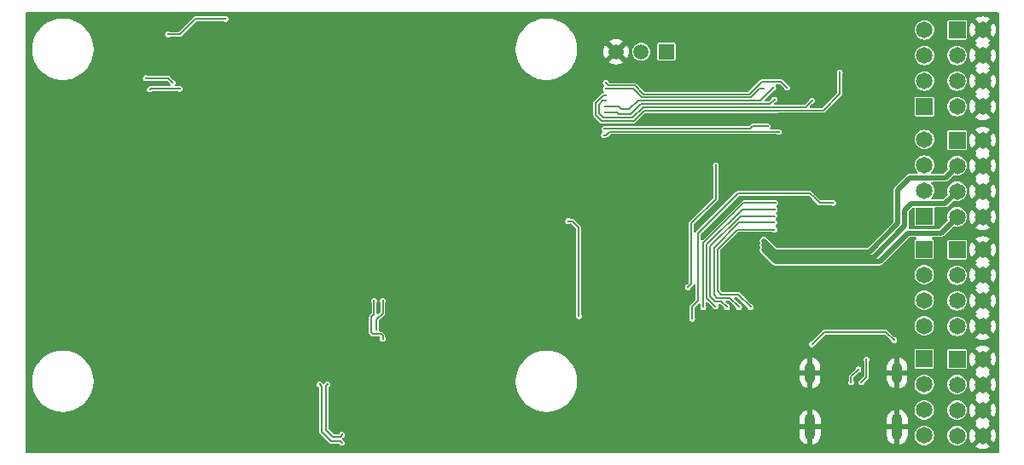
<source format=gbr>
%TF.GenerationSoftware,KiCad,Pcbnew,8.0.2*%
%TF.CreationDate,2024-10-21T09:55:00-04:00*%
%TF.ProjectId,Pi_Board,50695f42-6f61-4726-942e-6b696361645f,rev?*%
%TF.SameCoordinates,Original*%
%TF.FileFunction,Copper,L2,Bot*%
%TF.FilePolarity,Positive*%
%FSLAX46Y46*%
G04 Gerber Fmt 4.6, Leading zero omitted, Abs format (unit mm)*
G04 Created by KiCad (PCBNEW 8.0.2) date 2024-10-21 09:55:00*
%MOMM*%
%LPD*%
G01*
G04 APERTURE LIST*
%TA.AperFunction,ComponentPad*%
%ADD10R,1.651000X1.651000*%
%TD*%
%TA.AperFunction,ComponentPad*%
%ADD11C,1.651000*%
%TD*%
%TA.AperFunction,ComponentPad*%
%ADD12O,1.036000X2.100000*%
%TD*%
%TA.AperFunction,ComponentPad*%
%ADD13O,1.100000X2.600000*%
%TD*%
%TA.AperFunction,ComponentPad*%
%ADD14R,1.508000X1.508000*%
%TD*%
%TA.AperFunction,ComponentPad*%
%ADD15C,1.508000*%
%TD*%
%TA.AperFunction,ViaPad*%
%ADD16C,0.300000*%
%TD*%
%TA.AperFunction,Conductor*%
%ADD17C,0.500000*%
%TD*%
%TA.AperFunction,Conductor*%
%ADD18C,0.180000*%
%TD*%
%TA.AperFunction,Conductor*%
%ADD19C,0.200000*%
%TD*%
%TA.AperFunction,Conductor*%
%ADD20C,0.210000*%
%TD*%
G04 APERTURE END LIST*
D10*
%TO.P,J12,1,1*%
%TO.N,/S12*%
X202150000Y-62770000D03*
D11*
%TO.P,J12,2,2*%
%TO.N,/S13*%
X202150000Y-60230000D03*
%TO.P,J12,3,3*%
%TO.N,/S14*%
X202150000Y-57690000D03*
%TO.P,J12,4,4*%
%TO.N,/S15*%
X202150000Y-55150000D03*
%TD*%
D10*
%TO.P,J8,1,1*%
%TO.N,/5V*%
X205385000Y-76995000D03*
D11*
%TO.P,J8,2,2*%
%TO.N,/GND*%
X207925000Y-76995000D03*
%TO.P,J8,3,3*%
%TO.N,/5V*%
X205385000Y-79535000D03*
%TO.P,J8,4,4*%
%TO.N,/GND*%
X207925000Y-79535000D03*
%TO.P,J8,5,5*%
%TO.N,/5V*%
X205385000Y-82075000D03*
%TO.P,J8,6,6*%
%TO.N,/GND*%
X207925000Y-82075000D03*
%TO.P,J8,7,7*%
%TO.N,/5V*%
X205385000Y-84615000D03*
%TO.P,J8,8,8*%
%TO.N,/GND*%
X207925000Y-84615000D03*
%TD*%
D10*
%TO.P,J10,1,1*%
%TO.N,/S4*%
X202125000Y-87850000D03*
D11*
%TO.P,J10,2,2*%
%TO.N,/S5*%
X202125000Y-90390000D03*
%TO.P,J10,3,3*%
%TO.N,/S6*%
X202125000Y-92930000D03*
%TO.P,J10,4,4*%
%TO.N,/S7*%
X202125000Y-95470000D03*
%TD*%
D10*
%TO.P,J3,1,1*%
%TO.N,/5V*%
X205385000Y-55150000D03*
D11*
%TO.P,J3,2,2*%
%TO.N,/GND*%
X207925000Y-55150000D03*
%TO.P,J3,3,3*%
%TO.N,/5V*%
X205385000Y-57690000D03*
%TO.P,J3,4,4*%
%TO.N,/GND*%
X207925000Y-57690000D03*
%TO.P,J3,5,5*%
%TO.N,/5V*%
X205385000Y-60230000D03*
%TO.P,J3,6,6*%
%TO.N,/GND*%
X207925000Y-60230000D03*
%TO.P,J3,7,7*%
%TO.N,/5V*%
X205385000Y-62770000D03*
%TO.P,J3,8,8*%
%TO.N,/GND*%
X207925000Y-62770000D03*
%TD*%
D12*
%TO.P,J7,SH1,SHIELD3*%
%TO.N,/GND*%
X190805000Y-89270000D03*
%TO.P,J7,SH2,SHIELD4*%
X199445000Y-89270000D03*
D13*
%TO.P,J7,SH3,SHIELD1*%
X190805000Y-94630000D03*
%TO.P,J7,SH4,SHIELD2*%
X199445000Y-94630000D03*
%TD*%
D10*
%TO.P,J5,1,1*%
%TO.N,/5V*%
X205385000Y-66120000D03*
D11*
%TO.P,J5,2,2*%
%TO.N,/GND*%
X207925000Y-66120000D03*
%TO.P,J5,3,3*%
%TO.N,/5V*%
X205385000Y-68660000D03*
%TO.P,J5,4,4*%
%TO.N,/GND*%
X207925000Y-68660000D03*
%TO.P,J5,5,5*%
%TO.N,/5V*%
X205385000Y-71200000D03*
%TO.P,J5,6,6*%
%TO.N,/GND*%
X207925000Y-71200000D03*
%TO.P,J5,7,7*%
%TO.N,/5V*%
X205385000Y-73740000D03*
%TO.P,J5,8,8*%
%TO.N,/GND*%
X207925000Y-73740000D03*
%TD*%
D10*
%TO.P,J11,1,1*%
%TO.N,/S0*%
X202125000Y-76950000D03*
D11*
%TO.P,J11,2,2*%
%TO.N,/S1*%
X202125000Y-79490000D03*
%TO.P,J11,3,3*%
%TO.N,/S2*%
X202125000Y-82030000D03*
%TO.P,J11,4,4*%
%TO.N,/S3*%
X202125000Y-84570000D03*
%TD*%
D10*
%TO.P,J4,1,1*%
%TO.N,/S8*%
X202150000Y-73670000D03*
D11*
%TO.P,J4,2,2*%
%TO.N,/S9*%
X202150000Y-71130000D03*
%TO.P,J4,3,3*%
%TO.N,/S10*%
X202150000Y-68590000D03*
%TO.P,J4,4,4*%
%TO.N,/S11*%
X202150000Y-66050000D03*
%TD*%
D14*
%TO.P,J2,1,1*%
%TO.N,/12V*%
X176550000Y-57325000D03*
D15*
%TO.P,J2,2,2*%
%TO.N,unconnected-(J2-Pad2)*%
X174050000Y-57325000D03*
%TO.P,J2,3,3*%
%TO.N,/GND*%
X171550000Y-57325000D03*
%TD*%
D10*
%TO.P,J9,1,1*%
%TO.N,/5V*%
X205385000Y-87880000D03*
D11*
%TO.P,J9,2,2*%
%TO.N,/GND*%
X207925000Y-87880000D03*
%TO.P,J9,3,3*%
%TO.N,/5V*%
X205385000Y-90420000D03*
%TO.P,J9,4,4*%
%TO.N,/GND*%
X207925000Y-90420000D03*
%TO.P,J9,5,5*%
%TO.N,/5V*%
X205385000Y-92960000D03*
%TO.P,J9,6,6*%
%TO.N,/GND*%
X207925000Y-92960000D03*
%TO.P,J9,7,7*%
%TO.N,/5V*%
X205385000Y-95500000D03*
%TO.P,J9,8,8*%
%TO.N,/GND*%
X207925000Y-95500000D03*
%TD*%
D16*
%TO.N,/5V*%
X186200000Y-77000000D03*
X186200000Y-76550000D03*
X186200000Y-76100000D03*
%TO.N,/GND*%
X176550000Y-78450000D03*
X128750000Y-94200000D03*
X171350000Y-65900000D03*
X140750000Y-94200000D03*
X171700000Y-66275000D03*
X174500000Y-66850000D03*
X173950000Y-66900000D03*
X170700000Y-78450000D03*
X175000000Y-66850000D03*
X174500000Y-68150000D03*
X133950000Y-53900000D03*
X181000000Y-57550000D03*
X181150000Y-88800000D03*
X141550000Y-53950000D03*
X129950000Y-94200000D03*
X193600000Y-70200000D03*
X174100000Y-78450000D03*
X141950000Y-59800000D03*
X172450000Y-78450000D03*
X175550000Y-68150000D03*
X137150000Y-94250000D03*
X173950000Y-66300000D03*
X197900000Y-86700000D03*
X146750000Y-53950000D03*
X144350000Y-94200000D03*
X169150000Y-68850000D03*
X192650000Y-55400000D03*
X128750000Y-87000000D03*
X176600000Y-66300000D03*
X169150000Y-68050000D03*
X173300000Y-78450000D03*
X143550000Y-94550000D03*
X140750000Y-87100000D03*
X141950000Y-87100000D03*
X174550000Y-67500000D03*
X189600000Y-67950000D03*
X137950000Y-59800000D03*
X135950000Y-87050000D03*
X187100000Y-90900000D03*
X181850000Y-57550000D03*
X143150000Y-87100000D03*
X145550000Y-59800000D03*
X171325000Y-66700000D03*
X132350000Y-87050000D03*
X175150000Y-88750000D03*
X176550000Y-68150000D03*
X139550000Y-53950000D03*
X135150000Y-59800000D03*
X175550000Y-67450000D03*
X174500000Y-66300000D03*
X178150000Y-88800000D03*
X137550000Y-53900000D03*
X138350000Y-94250000D03*
X176050000Y-66850000D03*
X175550000Y-66850000D03*
X131150000Y-94250000D03*
X184900000Y-80900000D03*
X175550000Y-66300000D03*
X145550000Y-53950000D03*
X143950000Y-59800000D03*
X131150000Y-87050000D03*
X141600000Y-94550000D03*
X146750000Y-94200000D03*
X139950000Y-59800000D03*
X132350000Y-94250000D03*
X133550000Y-94250000D03*
X195200000Y-75000000D03*
X147950000Y-53950000D03*
X176050000Y-68150000D03*
X137150000Y-87050000D03*
X144350000Y-87100000D03*
X169900000Y-78450000D03*
X189200000Y-80850000D03*
X176550000Y-67450000D03*
X146750000Y-59800000D03*
X176550000Y-66850000D03*
X175000000Y-66300000D03*
X145550000Y-87050000D03*
X133550000Y-59800000D03*
X198200000Y-90150000D03*
X171100000Y-90925000D03*
X136350000Y-59800000D03*
X176050000Y-66300000D03*
X171600000Y-78450000D03*
X174950000Y-78450000D03*
X176050000Y-67450000D03*
X172150000Y-88900000D03*
X146750000Y-87100000D03*
X173950000Y-68150000D03*
X192200000Y-86600000D03*
X169400000Y-82900000D03*
X143550000Y-53950000D03*
X136350000Y-54000000D03*
X133550000Y-87050000D03*
X175800000Y-78450000D03*
X192050000Y-90200000D03*
X145550000Y-94200000D03*
X135950000Y-94250000D03*
X134750000Y-94250000D03*
X139550000Y-94250000D03*
X134750000Y-87050000D03*
X147950000Y-59800000D03*
X128750000Y-59800000D03*
X175000000Y-67450000D03*
X173950000Y-67500000D03*
X175050000Y-68150000D03*
%TO.N,/SD_DAT2*%
X187145000Y-60900000D03*
X170450000Y-62750000D03*
%TO.N,/SD_DAT3*%
X186175000Y-61025000D03*
X170525000Y-61025000D03*
%TO.N,/SD_CMD*%
X170450000Y-63350000D03*
X187275000Y-62050000D03*
%TO.N,/SD_CLK*%
X170525000Y-60400000D03*
X188525000Y-60900000D03*
%TO.N,/SD_DAT0*%
X170525000Y-61675000D03*
X193750000Y-59375000D03*
%TO.N,/USB_N*%
X194875000Y-90175000D03*
X148400000Y-85850000D03*
X147550000Y-82050000D03*
X195600000Y-88900000D03*
%TO.N,/USB_P*%
X148400000Y-82050000D03*
X147750000Y-84950000D03*
%TO.N,/SD_DAT1*%
X191000000Y-62175000D03*
X170500000Y-62200000D03*
%TO.N,/A1*%
X181400000Y-82650000D03*
X187300000Y-73000000D03*
%TO.N,/A2*%
X187250000Y-73650000D03*
X182550000Y-82700000D03*
%TO.N,/A0*%
X187350000Y-72350000D03*
X180200000Y-82700000D03*
%TO.N,/A3*%
X187250000Y-74300000D03*
X183750000Y-82700000D03*
%TO.N,/CAM1_C_N*%
X142900000Y-90400000D03*
X144350000Y-95400000D03*
%TO.N,/CAM1_C_P*%
X142150000Y-90400000D03*
X144350000Y-96200000D03*
%TO.N,/SCL0*%
X124900000Y-59950000D03*
X127550000Y-60400000D03*
%TO.N,/SDA0*%
X128250000Y-61000000D03*
X125300000Y-61050000D03*
%TO.N,/A4*%
X187250000Y-75000000D03*
X184900000Y-82700000D03*
%TO.N,/PI_SCL*%
X170400000Y-64950000D03*
X186600000Y-64700000D03*
%TO.N,/PI_SDA*%
X170350000Y-65600000D03*
X187700000Y-65300000D03*
%TO.N,/3.3V*%
X166800000Y-74150000D03*
X193100000Y-72350000D03*
X179100000Y-83850000D03*
X167850000Y-83600000D03*
%TO.N,Net-(J7-VBUS_A4)*%
X191000000Y-86400000D03*
X199150000Y-86000000D03*
%TO.N,Net-(J7-CC2)*%
X196400000Y-87925000D03*
X195875000Y-90175000D03*
%TO.N,/SD_PWR*%
X178675000Y-80725000D03*
X181450000Y-68600000D03*
%TO.N,/SD_PWR_ON*%
X127100000Y-55600000D03*
X132800000Y-54050000D03*
%TD*%
D17*
%TO.N,/5V*%
X197675000Y-78175000D02*
X200500000Y-75350000D01*
X200500000Y-75350000D02*
X203775000Y-75350000D01*
X203775000Y-75350000D02*
X205385000Y-73740000D01*
X199500000Y-71050000D02*
X200700000Y-69850000D01*
X186200000Y-76100000D02*
X187325000Y-77225000D01*
X199500000Y-74400000D02*
X199500000Y-71050000D01*
X186200000Y-77000000D02*
X187375000Y-78175000D01*
X197125000Y-77725000D02*
X200200000Y-74650000D01*
X186200000Y-76550000D02*
X187375000Y-77725000D01*
X196675000Y-77225000D02*
X199500000Y-74400000D01*
X204185000Y-72400000D02*
X205385000Y-71200000D01*
X187375000Y-77725000D02*
X197125000Y-77725000D01*
X187375000Y-78175000D02*
X197675000Y-78175000D01*
X200200000Y-73050000D02*
X200850000Y-72400000D01*
X200850000Y-72400000D02*
X204185000Y-72400000D01*
X204195000Y-69850000D02*
X205385000Y-68660000D01*
X187325000Y-77225000D02*
X196675000Y-77225000D01*
X200200000Y-74650000D02*
X200200000Y-73050000D01*
X200700000Y-69850000D02*
X204195000Y-69850000D01*
D18*
%TO.N,/SD_DAT2*%
X172850000Y-63050000D02*
X172100000Y-63050000D01*
X185870000Y-62175000D02*
X173725000Y-62175000D01*
X173725000Y-62175000D02*
X172850000Y-63050000D01*
X187145000Y-60900000D02*
X185870000Y-62175000D01*
X172100000Y-63050000D02*
X171800000Y-62750000D01*
X171800000Y-62750000D02*
X170450000Y-62750000D01*
%TO.N,/SD_DAT3*%
X170525000Y-61025000D02*
X173275000Y-61025000D01*
X174105000Y-61855000D02*
X184920000Y-61855000D01*
X184920000Y-61855000D02*
X185750000Y-61025000D01*
X185750000Y-61025000D02*
X186175000Y-61025000D01*
X173275000Y-61025000D02*
X174105000Y-61855000D01*
%TO.N,/SD_CMD*%
X173025000Y-63525000D02*
X174050000Y-62500000D01*
X171825000Y-63525000D02*
X173025000Y-63525000D01*
X186825000Y-62500000D02*
X187275000Y-62050000D01*
X174050000Y-62500000D02*
X186825000Y-62500000D01*
X171650000Y-63350000D02*
X171825000Y-63525000D01*
X170450000Y-63350000D02*
X171650000Y-63350000D01*
%TO.N,/SD_CLK*%
X170525000Y-60400000D02*
X170800000Y-60675000D01*
X187925000Y-60300000D02*
X188525000Y-60900000D01*
X186000000Y-60300000D02*
X187925000Y-60300000D01*
X184765000Y-61535000D02*
X186000000Y-60300000D01*
X170800000Y-60675000D02*
X173400000Y-60675000D01*
X173400000Y-60675000D02*
X174260000Y-61535000D01*
X174260000Y-61535000D02*
X184765000Y-61535000D01*
%TO.N,/SD_DAT0*%
X187515000Y-63175000D02*
X187550000Y-63140000D01*
X192125000Y-63150000D02*
X193750000Y-61525000D01*
X173325000Y-64200000D02*
X174350000Y-63175000D01*
X170275000Y-61675000D02*
X169500000Y-62450000D01*
X170525000Y-61675000D02*
X170275000Y-61675000D01*
X170100000Y-64200000D02*
X173325000Y-64200000D01*
X193750000Y-61525000D02*
X193750000Y-59400000D01*
X187550000Y-63140000D02*
X187560000Y-63150000D01*
X169525000Y-62475000D02*
X169525000Y-63625000D01*
X174350000Y-63175000D02*
X187515000Y-63175000D01*
X169525000Y-63625000D02*
X170100000Y-64200000D01*
X169500000Y-62450000D02*
X169525000Y-62475000D01*
X187560000Y-63150000D02*
X192125000Y-63150000D01*
D19*
%TO.N,/USB_N*%
X147250000Y-83700000D02*
X147550000Y-83400000D01*
X147550000Y-83400000D02*
X147550000Y-82050000D01*
X147250000Y-85200000D02*
X147250000Y-83700000D01*
D18*
X194875000Y-89625000D02*
X194875000Y-90175000D01*
D19*
X148400000Y-85850000D02*
X148400000Y-85550000D01*
X148400000Y-85550000D02*
X148250000Y-85400000D01*
D18*
X195600000Y-88900000D02*
X194875000Y-89625000D01*
D19*
X148250000Y-85400000D02*
X147450000Y-85400000D01*
X147450000Y-85400000D02*
X147250000Y-85200000D01*
%TO.N,/USB_P*%
X147750000Y-83950000D02*
X148400000Y-83300000D01*
X147750000Y-84950000D02*
X147750000Y-83950000D01*
X148400000Y-83300000D02*
X148400000Y-82050000D01*
D18*
%TO.N,/SD_DAT1*%
X169875000Y-62550000D02*
X169875000Y-63475000D01*
X170500000Y-62200000D02*
X170225000Y-62200000D01*
X170225000Y-62200000D02*
X169875000Y-62550000D01*
X170275000Y-63875000D02*
X173175000Y-63875000D01*
X190355000Y-62820000D02*
X191000000Y-62175000D01*
X169875000Y-63475000D02*
X170275000Y-63875000D01*
X173175000Y-63875000D02*
X174230000Y-62820000D01*
X174230000Y-62820000D02*
X190355000Y-62820000D01*
D20*
%TO.N,/A1*%
X184044974Y-73000000D02*
X187300000Y-73000000D01*
X180550000Y-81800000D02*
X180550000Y-76494974D01*
X180550000Y-76494974D02*
X184044974Y-73000000D01*
X181400000Y-82650000D02*
X180550000Y-81800000D01*
%TO.N,/A2*%
X182000000Y-82150000D02*
X181400000Y-82150000D01*
X180900000Y-76650000D02*
X183900000Y-73650000D01*
X182550000Y-82700000D02*
X182000000Y-82150000D01*
X187250000Y-73650000D02*
X187300000Y-73650000D01*
X183900000Y-73650000D02*
X187250000Y-73650000D01*
X181400000Y-82150000D02*
X180900000Y-81650000D01*
X180900000Y-81650000D02*
X180900000Y-76650000D01*
%TO.N,/A0*%
X180200000Y-76350000D02*
X184200000Y-72350000D01*
X184200000Y-72350000D02*
X187350000Y-72350000D01*
X180200000Y-82700000D02*
X180200000Y-76350000D01*
%TO.N,/A3*%
X183750000Y-82700000D02*
X182850000Y-81800000D01*
X181544974Y-81800000D02*
X181250000Y-81505026D01*
X181250000Y-81505026D02*
X181250000Y-76800000D01*
X183750000Y-74300000D02*
X187250000Y-74300000D01*
X182850000Y-81800000D02*
X181544974Y-81800000D01*
X181250000Y-76800000D02*
X183750000Y-74300000D01*
D19*
%TO.N,/CAM1_C_N*%
X144175001Y-95574999D02*
X144350000Y-95400000D01*
X143443199Y-95574999D02*
X144175001Y-95574999D01*
X142775000Y-90525000D02*
X142775000Y-94906800D01*
X142775000Y-94906800D02*
X143443199Y-95574999D01*
X142900000Y-90400000D02*
X142775000Y-90525000D01*
%TO.N,/CAM1_C_P*%
X142325000Y-90575000D02*
X142325000Y-95093200D01*
X144175001Y-96025001D02*
X144350000Y-96200000D01*
X142150000Y-90400000D02*
X142325000Y-90575000D01*
X142325000Y-95093200D02*
X143256801Y-96025001D01*
X143256801Y-96025001D02*
X144175001Y-96025001D01*
D18*
%TO.N,/SCL0*%
X124900000Y-59950000D02*
X127100000Y-59950000D01*
X127100000Y-59950000D02*
X127550000Y-60400000D01*
%TO.N,/SDA0*%
X125350000Y-61000000D02*
X125300000Y-61050000D01*
X128250000Y-61000000D02*
X125350000Y-61000000D01*
D20*
%TO.N,/A4*%
X183550000Y-75000000D02*
X187250000Y-75000000D01*
X181600000Y-81050000D02*
X181600000Y-76950000D01*
X182000000Y-81450000D02*
X181600000Y-81050000D01*
X183650000Y-81450000D02*
X182000000Y-81450000D01*
X184900000Y-82700000D02*
X183650000Y-81450000D01*
X181600000Y-76950000D02*
X183550000Y-75000000D01*
D18*
%TO.N,/PI_SCL*%
X170400000Y-64950000D02*
X184850000Y-64950000D01*
X185100000Y-64700000D02*
X186600000Y-64700000D01*
X184850000Y-64950000D02*
X185100000Y-64700000D01*
%TO.N,/PI_SDA*%
X187670000Y-65270000D02*
X187700000Y-65300000D01*
X170570000Y-65600000D02*
X170900000Y-65270000D01*
X170350000Y-65600000D02*
X170570000Y-65600000D01*
X170900000Y-65270000D02*
X187670000Y-65270000D01*
D20*
%TO.N,/3.3V*%
X183650000Y-71400000D02*
X179700000Y-75350000D01*
X193100000Y-72350000D02*
X191750000Y-72350000D01*
X167850000Y-83600000D02*
X167850000Y-74800000D01*
X184200000Y-71400000D02*
X183650000Y-71400000D01*
X191750000Y-72350000D02*
X191250000Y-71850000D01*
X179700000Y-75350000D02*
X179700000Y-82050000D01*
X191250000Y-71850000D02*
X190800000Y-71400000D01*
X167200000Y-74150000D02*
X166800000Y-74150000D01*
X179100000Y-82650000D02*
X179100000Y-83850000D01*
X167850000Y-74800000D02*
X167200000Y-74150000D01*
X179700000Y-82050000D02*
X179100000Y-82650000D01*
X190800000Y-71400000D02*
X184200000Y-71400000D01*
%TO.N,Net-(J7-VBUS_A4)*%
X197700000Y-85200000D02*
X198350000Y-85200000D01*
X192200000Y-85200000D02*
X197700000Y-85200000D01*
X198350000Y-85200000D02*
X199150000Y-86000000D01*
X191000000Y-86400000D02*
X192200000Y-85200000D01*
D18*
%TO.N,Net-(J7-CC2)*%
X196400000Y-89650000D02*
X196400000Y-87925000D01*
X195875000Y-90175000D02*
X196400000Y-89650000D01*
D20*
%TO.N,/SD_PWR*%
X181450000Y-71950000D02*
X181450000Y-68600000D01*
X179000000Y-74400000D02*
X181450000Y-71950000D01*
X178675000Y-80725000D02*
X179000000Y-80400000D01*
X179000000Y-80400000D02*
X179000000Y-74400000D01*
%TO.N,/SD_PWR_ON*%
X129400000Y-54450000D02*
X129800000Y-54050000D01*
X127100000Y-55600000D02*
X128250000Y-55600000D01*
X129800000Y-54050000D02*
X132800000Y-54050000D01*
X128250000Y-55600000D02*
X129400000Y-54450000D01*
%TD*%
%TA.AperFunction,Conductor*%
%TO.N,/GND*%
G36*
X209493039Y-53419685D02*
G01*
X209538794Y-53472489D01*
X209550000Y-53524000D01*
X209550000Y-97076000D01*
X209530315Y-97143039D01*
X209477511Y-97188794D01*
X209426000Y-97200000D01*
X113074000Y-97200000D01*
X113006961Y-97180315D01*
X112961206Y-97127511D01*
X112950000Y-97076000D01*
X112950000Y-89903681D01*
X113599500Y-89903681D01*
X113599500Y-90246318D01*
X113637858Y-90586768D01*
X113637860Y-90586780D01*
X113637861Y-90586783D01*
X113653537Y-90655462D01*
X113714102Y-90920816D01*
X113714103Y-90920818D01*
X113827264Y-91244216D01*
X113975922Y-91552907D01*
X113988108Y-91572301D01*
X114158211Y-91843018D01*
X114371834Y-92110893D01*
X114614107Y-92353166D01*
X114881982Y-92566789D01*
X115172090Y-92749076D01*
X115480785Y-92897736D01*
X115804183Y-93010897D01*
X116138217Y-93087139D01*
X116138226Y-93087140D01*
X116138231Y-93087141D01*
X116365197Y-93112713D01*
X116478682Y-93125499D01*
X116478685Y-93125500D01*
X116478688Y-93125500D01*
X116821315Y-93125500D01*
X116821316Y-93125499D01*
X116995311Y-93105895D01*
X117161768Y-93087141D01*
X117161771Y-93087140D01*
X117161783Y-93087139D01*
X117495817Y-93010897D01*
X117819215Y-92897736D01*
X118127910Y-92749076D01*
X118418018Y-92566789D01*
X118685893Y-92353166D01*
X118928166Y-92110893D01*
X119141789Y-91843018D01*
X119324076Y-91552910D01*
X119472736Y-91244215D01*
X119585897Y-90920817D01*
X119662139Y-90586783D01*
X119662975Y-90579369D01*
X119683184Y-90399999D01*
X141855019Y-90399999D01*
X141855019Y-90400000D01*
X141872809Y-90500890D01*
X141924030Y-90589609D01*
X141924031Y-90589610D01*
X142002509Y-90655461D01*
X142002510Y-90655461D01*
X142002511Y-90655462D01*
X142002904Y-90655605D01*
X142003431Y-90655993D01*
X142011907Y-90660887D01*
X142011361Y-90661831D01*
X142059171Y-90697028D01*
X142084109Y-90762296D01*
X142084500Y-90772129D01*
X142084500Y-95141040D01*
X142121114Y-95229433D01*
X143052915Y-96161233D01*
X143120569Y-96228887D01*
X143208963Y-96265501D01*
X143980786Y-96265501D01*
X144047825Y-96285186D01*
X144088173Y-96327501D01*
X144110852Y-96366784D01*
X144124031Y-96389610D01*
X144202509Y-96455461D01*
X144298777Y-96490500D01*
X144298779Y-96490500D01*
X144401221Y-96490500D01*
X144401223Y-96490500D01*
X144497491Y-96455461D01*
X144575969Y-96389610D01*
X144627191Y-96300889D01*
X144644981Y-96200000D01*
X144627191Y-96099111D01*
X144575969Y-96010390D01*
X144497491Y-95944539D01*
X144424531Y-95917983D01*
X144379262Y-95889143D01*
X144377800Y-95887681D01*
X144344315Y-95826358D01*
X144349299Y-95756666D01*
X144377770Y-95712349D01*
X144379234Y-95710884D01*
X144424530Y-95682016D01*
X144497491Y-95655461D01*
X144575969Y-95589610D01*
X144627191Y-95500889D01*
X144644981Y-95400000D01*
X144627191Y-95299111D01*
X144626653Y-95298180D01*
X144575969Y-95210390D01*
X144497491Y-95144539D01*
X144401223Y-95109500D01*
X144298777Y-95109500D01*
X144202510Y-95144539D01*
X144202509Y-95144539D01*
X144202508Y-95144540D01*
X144124032Y-95210388D01*
X144124031Y-95210390D01*
X144090224Y-95268948D01*
X144088174Y-95272498D01*
X144037607Y-95320714D01*
X143980786Y-95334499D01*
X143594180Y-95334499D01*
X143527141Y-95314814D01*
X143506499Y-95298180D01*
X143051819Y-94843500D01*
X143018334Y-94782177D01*
X143015500Y-94755819D01*
X143015500Y-93776579D01*
X189755000Y-93776579D01*
X189755000Y-94380000D01*
X190505000Y-94380000D01*
X190505000Y-94880000D01*
X189755000Y-94880000D01*
X189755000Y-95483420D01*
X189795348Y-95686266D01*
X189795350Y-95686274D01*
X189874500Y-95877358D01*
X189874505Y-95877368D01*
X189989410Y-96049335D01*
X189989413Y-96049339D01*
X190135660Y-96195586D01*
X190135664Y-96195589D01*
X190307631Y-96310494D01*
X190307641Y-96310499D01*
X190498723Y-96389648D01*
X190498725Y-96389649D01*
X190555000Y-96400842D01*
X190555000Y-95546988D01*
X190564940Y-95564205D01*
X190620795Y-95620060D01*
X190689204Y-95659556D01*
X190765504Y-95680000D01*
X190844496Y-95680000D01*
X190920796Y-95659556D01*
X190989205Y-95620060D01*
X191045060Y-95564205D01*
X191055000Y-95546988D01*
X191055000Y-96400842D01*
X191111274Y-96389649D01*
X191111276Y-96389648D01*
X191302358Y-96310499D01*
X191302368Y-96310494D01*
X191474335Y-96195589D01*
X191474339Y-96195586D01*
X191620586Y-96049339D01*
X191620589Y-96049335D01*
X191735494Y-95877368D01*
X191735499Y-95877358D01*
X191814649Y-95686274D01*
X191814651Y-95686266D01*
X191854999Y-95483420D01*
X191855000Y-95483417D01*
X191855000Y-94880000D01*
X191105000Y-94880000D01*
X191105000Y-94380000D01*
X191855000Y-94380000D01*
X191855000Y-93776583D01*
X191854999Y-93776579D01*
X198395000Y-93776579D01*
X198395000Y-94380000D01*
X199145000Y-94380000D01*
X199145000Y-94880000D01*
X198395000Y-94880000D01*
X198395000Y-95483420D01*
X198435348Y-95686266D01*
X198435350Y-95686274D01*
X198514500Y-95877358D01*
X198514505Y-95877368D01*
X198629410Y-96049335D01*
X198629413Y-96049339D01*
X198775660Y-96195586D01*
X198775664Y-96195589D01*
X198947631Y-96310494D01*
X198947641Y-96310499D01*
X199138723Y-96389648D01*
X199138725Y-96389649D01*
X199195000Y-96400842D01*
X199195000Y-95546988D01*
X199204940Y-95564205D01*
X199260795Y-95620060D01*
X199329204Y-95659556D01*
X199405504Y-95680000D01*
X199484496Y-95680000D01*
X199560796Y-95659556D01*
X199629205Y-95620060D01*
X199685060Y-95564205D01*
X199695000Y-95546988D01*
X199695000Y-96400842D01*
X199751274Y-96389649D01*
X199751276Y-96389648D01*
X199942358Y-96310499D01*
X199942368Y-96310494D01*
X200114335Y-96195589D01*
X200114339Y-96195586D01*
X200260586Y-96049339D01*
X200260589Y-96049335D01*
X200375494Y-95877368D01*
X200375499Y-95877358D01*
X200454649Y-95686274D01*
X200454651Y-95686266D01*
X200494999Y-95483420D01*
X200495000Y-95483417D01*
X200495000Y-95470000D01*
X201154326Y-95470000D01*
X201172976Y-95659367D01*
X201228215Y-95841465D01*
X201317910Y-96009272D01*
X201317914Y-96009279D01*
X201438629Y-96156370D01*
X201585720Y-96277085D01*
X201585727Y-96277089D01*
X201753534Y-96366784D01*
X201753536Y-96366784D01*
X201753539Y-96366786D01*
X201935631Y-96422023D01*
X202125000Y-96440674D01*
X202314369Y-96422023D01*
X202496461Y-96366786D01*
X202664278Y-96277086D01*
X202811370Y-96156370D01*
X202932086Y-96009278D01*
X203021786Y-95841461D01*
X203077023Y-95659369D01*
X203092719Y-95500000D01*
X204414326Y-95500000D01*
X204432976Y-95689367D01*
X204488215Y-95871465D01*
X204577910Y-96039272D01*
X204577914Y-96039279D01*
X204698629Y-96186370D01*
X204845720Y-96307085D01*
X204845727Y-96307089D01*
X205013534Y-96396784D01*
X205013536Y-96396784D01*
X205013539Y-96396786D01*
X205195631Y-96452023D01*
X205385000Y-96470674D01*
X205574369Y-96452023D01*
X205756461Y-96396786D01*
X205769814Y-96389649D01*
X205886084Y-96327501D01*
X205924278Y-96307086D01*
X206071370Y-96186370D01*
X206192086Y-96039278D01*
X206281786Y-95871461D01*
X206337023Y-95689369D01*
X206351410Y-95543284D01*
X206369172Y-95499296D01*
X206353244Y-95468991D01*
X206351411Y-95456722D01*
X206337023Y-95310631D01*
X206281786Y-95128539D01*
X206281784Y-95128536D01*
X206281784Y-95128534D01*
X206192089Y-94960727D01*
X206192085Y-94960720D01*
X206071370Y-94813629D01*
X205924279Y-94692914D01*
X205924272Y-94692910D01*
X205756465Y-94603215D01*
X205574367Y-94547976D01*
X205385000Y-94529326D01*
X205195632Y-94547976D01*
X205013534Y-94603215D01*
X204845727Y-94692910D01*
X204845720Y-94692914D01*
X204698629Y-94813629D01*
X204577914Y-94960720D01*
X204577910Y-94960727D01*
X204488215Y-95128534D01*
X204432976Y-95310632D01*
X204414326Y-95500000D01*
X203092719Y-95500000D01*
X203095674Y-95470000D01*
X203077023Y-95280631D01*
X203021786Y-95098539D01*
X203021784Y-95098536D01*
X203021784Y-95098534D01*
X202932089Y-94930727D01*
X202932085Y-94930720D01*
X202811370Y-94783629D01*
X202664279Y-94662914D01*
X202664272Y-94662910D01*
X202496465Y-94573215D01*
X202314367Y-94517976D01*
X202125000Y-94499326D01*
X201935632Y-94517976D01*
X201753534Y-94573215D01*
X201585727Y-94662910D01*
X201585720Y-94662914D01*
X201438629Y-94783629D01*
X201317914Y-94930720D01*
X201317910Y-94930727D01*
X201228215Y-95098534D01*
X201172976Y-95280632D01*
X201154326Y-95470000D01*
X200495000Y-95470000D01*
X200495000Y-94880000D01*
X199745000Y-94880000D01*
X199745000Y-94380000D01*
X200495000Y-94380000D01*
X200495000Y-93776583D01*
X200494999Y-93776579D01*
X200454651Y-93573733D01*
X200454649Y-93573725D01*
X200375499Y-93382641D01*
X200375494Y-93382631D01*
X200260589Y-93210664D01*
X200260586Y-93210660D01*
X200114339Y-93064413D01*
X200114335Y-93064410D01*
X199942368Y-92949505D01*
X199942358Y-92949500D01*
X199895281Y-92930000D01*
X201154326Y-92930000D01*
X201172976Y-93119367D01*
X201228215Y-93301465D01*
X201317910Y-93469272D01*
X201317914Y-93469279D01*
X201438629Y-93616370D01*
X201585720Y-93737085D01*
X201585727Y-93737089D01*
X201753534Y-93826784D01*
X201753536Y-93826784D01*
X201753539Y-93826786D01*
X201935631Y-93882023D01*
X202125000Y-93900674D01*
X202314369Y-93882023D01*
X202496461Y-93826786D01*
X202664278Y-93737086D01*
X202811370Y-93616370D01*
X202932086Y-93469278D01*
X203021786Y-93301461D01*
X203077023Y-93119369D01*
X203092719Y-92960000D01*
X204414326Y-92960000D01*
X204432976Y-93149367D01*
X204488215Y-93331465D01*
X204577910Y-93499272D01*
X204577914Y-93499279D01*
X204698629Y-93646370D01*
X204845720Y-93767085D01*
X204845727Y-93767089D01*
X205013534Y-93856784D01*
X205013536Y-93856784D01*
X205013539Y-93856786D01*
X205195631Y-93912023D01*
X205385000Y-93930674D01*
X205574369Y-93912023D01*
X205756461Y-93856786D01*
X205786923Y-93840504D01*
X205924272Y-93767089D01*
X205924278Y-93767086D01*
X206071370Y-93646370D01*
X206192086Y-93499278D01*
X206281786Y-93331461D01*
X206337023Y-93149369D01*
X206351410Y-93003284D01*
X206369172Y-92959296D01*
X206353244Y-92928991D01*
X206351411Y-92916722D01*
X206337023Y-92770631D01*
X206281786Y-92588539D01*
X206281784Y-92588536D01*
X206281784Y-92588534D01*
X206192089Y-92420727D01*
X206192085Y-92420720D01*
X206071370Y-92273629D01*
X205924279Y-92152914D01*
X205924272Y-92152910D01*
X205756465Y-92063215D01*
X205574367Y-92007976D01*
X205385000Y-91989326D01*
X205195632Y-92007976D01*
X205013534Y-92063215D01*
X204845727Y-92152910D01*
X204845720Y-92152914D01*
X204698629Y-92273629D01*
X204577914Y-92420720D01*
X204577910Y-92420727D01*
X204488215Y-92588534D01*
X204432976Y-92770632D01*
X204414326Y-92960000D01*
X203092719Y-92960000D01*
X203095674Y-92930000D01*
X203077023Y-92740631D01*
X203021786Y-92558539D01*
X203021784Y-92558536D01*
X203021784Y-92558534D01*
X202932089Y-92390727D01*
X202932085Y-92390720D01*
X202811370Y-92243629D01*
X202664279Y-92122914D01*
X202664272Y-92122910D01*
X202496465Y-92033215D01*
X202314367Y-91977976D01*
X202125000Y-91959326D01*
X201935632Y-91977976D01*
X201753534Y-92033215D01*
X201585727Y-92122910D01*
X201585720Y-92122914D01*
X201438629Y-92243629D01*
X201317914Y-92390720D01*
X201317910Y-92390727D01*
X201228215Y-92558534D01*
X201172976Y-92740632D01*
X201154326Y-92930000D01*
X199895281Y-92930000D01*
X199751272Y-92870349D01*
X199751267Y-92870347D01*
X199695000Y-92859155D01*
X199695000Y-93713011D01*
X199685060Y-93695795D01*
X199629205Y-93639940D01*
X199560796Y-93600444D01*
X199484496Y-93580000D01*
X199405504Y-93580000D01*
X199329204Y-93600444D01*
X199260795Y-93639940D01*
X199204940Y-93695795D01*
X199195000Y-93713011D01*
X199195000Y-92859156D01*
X199194999Y-92859155D01*
X199138732Y-92870347D01*
X199138727Y-92870349D01*
X198947641Y-92949500D01*
X198947631Y-92949505D01*
X198775664Y-93064410D01*
X198775660Y-93064413D01*
X198629413Y-93210660D01*
X198629410Y-93210664D01*
X198514505Y-93382631D01*
X198514500Y-93382641D01*
X198435350Y-93573725D01*
X198435348Y-93573733D01*
X198395000Y-93776579D01*
X191854999Y-93776579D01*
X191814651Y-93573733D01*
X191814649Y-93573725D01*
X191735499Y-93382641D01*
X191735494Y-93382631D01*
X191620589Y-93210664D01*
X191620586Y-93210660D01*
X191474339Y-93064413D01*
X191474335Y-93064410D01*
X191302368Y-92949505D01*
X191302358Y-92949500D01*
X191111272Y-92870349D01*
X191111267Y-92870347D01*
X191055000Y-92859155D01*
X191055000Y-93713011D01*
X191045060Y-93695795D01*
X190989205Y-93639940D01*
X190920796Y-93600444D01*
X190844496Y-93580000D01*
X190765504Y-93580000D01*
X190689204Y-93600444D01*
X190620795Y-93639940D01*
X190564940Y-93695795D01*
X190555000Y-93713011D01*
X190555000Y-92859156D01*
X190554999Y-92859155D01*
X190498732Y-92870347D01*
X190498727Y-92870349D01*
X190307641Y-92949500D01*
X190307631Y-92949505D01*
X190135664Y-93064410D01*
X190135660Y-93064413D01*
X189989413Y-93210660D01*
X189989410Y-93210664D01*
X189874505Y-93382631D01*
X189874500Y-93382641D01*
X189795350Y-93573725D01*
X189795348Y-93573733D01*
X189755000Y-93776579D01*
X143015500Y-93776579D01*
X143015500Y-90740126D01*
X143035185Y-90673087D01*
X143059792Y-90645138D01*
X143125969Y-90589610D01*
X143177191Y-90500889D01*
X143194981Y-90400000D01*
X143177191Y-90299111D01*
X143137655Y-90230632D01*
X143125969Y-90210390D01*
X143047491Y-90144539D01*
X142951223Y-90109500D01*
X142848777Y-90109500D01*
X142752510Y-90144539D01*
X142752509Y-90144539D01*
X142752508Y-90144540D01*
X142674032Y-90210388D01*
X142674030Y-90210391D01*
X142632386Y-90282521D01*
X142581819Y-90330736D01*
X142513211Y-90343958D01*
X142448347Y-90317990D01*
X142417613Y-90282521D01*
X142375969Y-90210390D01*
X142297491Y-90144539D01*
X142201223Y-90109500D01*
X142098777Y-90109500D01*
X142002510Y-90144539D01*
X142002509Y-90144539D01*
X142002508Y-90144540D01*
X141924032Y-90210388D01*
X141924030Y-90210391D01*
X141872809Y-90299110D01*
X141855019Y-90399999D01*
X119683184Y-90399999D01*
X119684424Y-90388991D01*
X119700500Y-90246312D01*
X119700500Y-89903688D01*
X119700499Y-89903681D01*
X161599500Y-89903681D01*
X161599500Y-90246318D01*
X161637858Y-90586768D01*
X161637860Y-90586780D01*
X161637861Y-90586783D01*
X161653537Y-90655462D01*
X161714102Y-90920816D01*
X161714103Y-90920818D01*
X161827264Y-91244216D01*
X161975922Y-91552907D01*
X161988108Y-91572301D01*
X162158211Y-91843018D01*
X162371834Y-92110893D01*
X162614107Y-92353166D01*
X162881982Y-92566789D01*
X163172090Y-92749076D01*
X163480785Y-92897736D01*
X163804183Y-93010897D01*
X164138217Y-93087139D01*
X164138226Y-93087140D01*
X164138231Y-93087141D01*
X164365197Y-93112713D01*
X164478682Y-93125499D01*
X164478685Y-93125500D01*
X164478688Y-93125500D01*
X164821315Y-93125500D01*
X164821316Y-93125499D01*
X164995311Y-93105895D01*
X165161768Y-93087141D01*
X165161771Y-93087140D01*
X165161783Y-93087139D01*
X165495817Y-93010897D01*
X165819215Y-92897736D01*
X166127910Y-92749076D01*
X166418018Y-92566789D01*
X166685893Y-92353166D01*
X166928166Y-92110893D01*
X167141789Y-91843018D01*
X167324076Y-91552910D01*
X167472736Y-91244215D01*
X167585897Y-90920817D01*
X167662139Y-90586783D01*
X167662975Y-90579369D01*
X167684424Y-90388991D01*
X167700500Y-90246312D01*
X167700500Y-89903688D01*
X167683715Y-89754715D01*
X167662141Y-89563231D01*
X167662140Y-89563226D01*
X167662139Y-89563217D01*
X167585897Y-89229183D01*
X167472736Y-88905785D01*
X167343648Y-88637731D01*
X189787000Y-88637731D01*
X189787000Y-89020000D01*
X190505000Y-89020000D01*
X190505000Y-89520000D01*
X189787000Y-89520000D01*
X189787000Y-89902268D01*
X189826119Y-90098932D01*
X189826121Y-90098940D01*
X189902858Y-90284201D01*
X190014267Y-90450936D01*
X190014270Y-90450940D01*
X190156059Y-90592729D01*
X190156063Y-90592732D01*
X190322798Y-90704141D01*
X190322800Y-90704142D01*
X190508054Y-90780876D01*
X190508061Y-90780878D01*
X190555000Y-90790214D01*
X190555000Y-89936988D01*
X190564940Y-89954205D01*
X190620795Y-90010060D01*
X190689204Y-90049556D01*
X190765504Y-90070000D01*
X190844496Y-90070000D01*
X190920796Y-90049556D01*
X190989205Y-90010060D01*
X191045060Y-89954205D01*
X191055000Y-89936988D01*
X191055000Y-90790213D01*
X191101938Y-90780878D01*
X191101945Y-90780876D01*
X191287199Y-90704142D01*
X191287201Y-90704141D01*
X191453936Y-90592732D01*
X191453940Y-90592729D01*
X191595729Y-90450940D01*
X191595732Y-90450936D01*
X191707141Y-90284201D01*
X191752374Y-90174999D01*
X194580019Y-90174999D01*
X194580019Y-90175000D01*
X194597809Y-90275890D01*
X194637571Y-90344761D01*
X194649031Y-90364610D01*
X194727509Y-90430461D01*
X194823777Y-90465500D01*
X194823779Y-90465500D01*
X194926221Y-90465500D01*
X194926223Y-90465500D01*
X195022491Y-90430461D01*
X195100969Y-90364610D01*
X195152191Y-90275889D01*
X195169981Y-90175000D01*
X195169981Y-90174999D01*
X195580019Y-90174999D01*
X195580019Y-90175000D01*
X195597809Y-90275890D01*
X195637571Y-90344761D01*
X195649031Y-90364610D01*
X195727509Y-90430461D01*
X195823777Y-90465500D01*
X195823779Y-90465500D01*
X195926221Y-90465500D01*
X195926223Y-90465500D01*
X196022491Y-90430461D01*
X196100969Y-90364610D01*
X196152191Y-90275889D01*
X196156556Y-90251131D01*
X196187579Y-90188532D01*
X196190965Y-90185009D01*
X196513126Y-89862849D01*
X196513129Y-89862847D01*
X196530567Y-89845409D01*
X196530568Y-89845409D01*
X196595409Y-89780568D01*
X196630500Y-89695849D01*
X196630500Y-88637731D01*
X198427000Y-88637731D01*
X198427000Y-89020000D01*
X199145000Y-89020000D01*
X199145000Y-89520000D01*
X198427000Y-89520000D01*
X198427000Y-89902268D01*
X198466119Y-90098932D01*
X198466121Y-90098940D01*
X198542858Y-90284201D01*
X198654267Y-90450936D01*
X198654270Y-90450940D01*
X198796059Y-90592729D01*
X198796063Y-90592732D01*
X198962798Y-90704141D01*
X198962800Y-90704142D01*
X199148054Y-90780876D01*
X199148061Y-90780878D01*
X199195000Y-90790214D01*
X199195000Y-89936988D01*
X199204940Y-89954205D01*
X199260795Y-90010060D01*
X199329204Y-90049556D01*
X199405504Y-90070000D01*
X199484496Y-90070000D01*
X199560796Y-90049556D01*
X199629205Y-90010060D01*
X199685060Y-89954205D01*
X199695000Y-89936988D01*
X199695000Y-90790213D01*
X199741938Y-90780878D01*
X199741945Y-90780876D01*
X199927199Y-90704142D01*
X199927201Y-90704141D01*
X200093936Y-90592732D01*
X200093940Y-90592729D01*
X200235729Y-90450940D01*
X200235732Y-90450936D01*
X200276448Y-90390000D01*
X201154326Y-90390000D01*
X201172976Y-90579367D01*
X201228215Y-90761465D01*
X201317910Y-90929272D01*
X201317914Y-90929279D01*
X201438629Y-91076370D01*
X201585720Y-91197085D01*
X201585727Y-91197089D01*
X201753534Y-91286784D01*
X201753536Y-91286784D01*
X201753539Y-91286786D01*
X201935631Y-91342023D01*
X202125000Y-91360674D01*
X202314369Y-91342023D01*
X202496461Y-91286786D01*
X202664278Y-91197086D01*
X202811370Y-91076370D01*
X202932086Y-90929278D01*
X203006418Y-90790213D01*
X203021784Y-90761465D01*
X203021784Y-90761464D01*
X203021786Y-90761461D01*
X203077023Y-90579369D01*
X203092719Y-90420000D01*
X204414326Y-90420000D01*
X204432976Y-90609367D01*
X204488215Y-90791465D01*
X204577910Y-90959272D01*
X204577914Y-90959279D01*
X204698629Y-91106370D01*
X204845720Y-91227085D01*
X204845727Y-91227089D01*
X205013534Y-91316784D01*
X205013536Y-91316784D01*
X205013539Y-91316786D01*
X205195631Y-91372023D01*
X205385000Y-91390674D01*
X205574369Y-91372023D01*
X205756461Y-91316786D01*
X205924278Y-91227086D01*
X206071370Y-91106370D01*
X206192086Y-90959278D01*
X206281786Y-90791461D01*
X206337023Y-90609369D01*
X206351410Y-90463284D01*
X206369172Y-90419296D01*
X206353244Y-90388991D01*
X206351411Y-90376722D01*
X206337023Y-90230631D01*
X206281786Y-90048539D01*
X206281784Y-90048536D01*
X206281784Y-90048534D01*
X206192089Y-89880727D01*
X206192085Y-89880720D01*
X206071370Y-89733629D01*
X205924279Y-89612914D01*
X205924272Y-89612910D01*
X205756465Y-89523215D01*
X205574367Y-89467976D01*
X205385000Y-89449326D01*
X205195632Y-89467976D01*
X205013534Y-89523215D01*
X204845727Y-89612910D01*
X204845720Y-89612914D01*
X204698629Y-89733629D01*
X204577914Y-89880720D01*
X204577910Y-89880727D01*
X204488215Y-90048534D01*
X204432976Y-90230632D01*
X204414326Y-90420000D01*
X203092719Y-90420000D01*
X203095674Y-90390000D01*
X203077023Y-90200631D01*
X203021786Y-90018539D01*
X203021784Y-90018536D01*
X203021784Y-90018534D01*
X202932089Y-89850727D01*
X202932085Y-89850720D01*
X202811370Y-89703629D01*
X202664279Y-89582914D01*
X202664272Y-89582910D01*
X202496465Y-89493215D01*
X202314367Y-89437976D01*
X202125000Y-89419326D01*
X201935632Y-89437976D01*
X201753534Y-89493215D01*
X201585727Y-89582910D01*
X201585720Y-89582914D01*
X201438629Y-89703629D01*
X201317914Y-89850720D01*
X201317910Y-89850727D01*
X201228215Y-90018534D01*
X201172976Y-90200632D01*
X201154326Y-90390000D01*
X200276448Y-90390000D01*
X200347141Y-90284201D01*
X200423878Y-90098940D01*
X200423880Y-90098932D01*
X200462999Y-89902268D01*
X200463000Y-89902265D01*
X200463000Y-89520000D01*
X199745000Y-89520000D01*
X199745000Y-89020000D01*
X200463000Y-89020000D01*
X200463000Y-88637735D01*
X200462999Y-88637731D01*
X200423880Y-88441067D01*
X200423878Y-88441059D01*
X200347141Y-88255798D01*
X200235732Y-88089063D01*
X200235729Y-88089059D01*
X200093940Y-87947270D01*
X200093936Y-87947267D01*
X199927201Y-87835858D01*
X199741940Y-87759121D01*
X199741932Y-87759119D01*
X199695000Y-87749783D01*
X199695000Y-88603011D01*
X199685060Y-88585795D01*
X199629205Y-88529940D01*
X199560796Y-88490444D01*
X199484496Y-88470000D01*
X199405504Y-88470000D01*
X199329204Y-88490444D01*
X199260795Y-88529940D01*
X199204940Y-88585795D01*
X199195000Y-88603011D01*
X199195000Y-87749784D01*
X199194999Y-87749783D01*
X199148067Y-87759119D01*
X199148059Y-87759121D01*
X198962798Y-87835858D01*
X198796063Y-87947267D01*
X198796059Y-87947270D01*
X198654270Y-88089059D01*
X198654267Y-88089063D01*
X198542858Y-88255798D01*
X198466121Y-88441059D01*
X198466119Y-88441067D01*
X198427000Y-88637731D01*
X196630500Y-88637731D01*
X196630500Y-88139986D01*
X196647112Y-88077987D01*
X196677191Y-88025889D01*
X196694981Y-87925000D01*
X196677191Y-87824111D01*
X196625969Y-87735390D01*
X196547491Y-87669539D01*
X196451223Y-87634500D01*
X196348777Y-87634500D01*
X196252510Y-87669539D01*
X196252509Y-87669539D01*
X196252508Y-87669540D01*
X196174032Y-87735388D01*
X196174030Y-87735391D01*
X196122809Y-87824110D01*
X196120738Y-87835858D01*
X196105019Y-87925000D01*
X196122809Y-88025889D01*
X196152887Y-88077987D01*
X196169500Y-88139986D01*
X196169500Y-89503162D01*
X196149815Y-89570201D01*
X196133181Y-89590843D01*
X195867974Y-89856049D01*
X195822705Y-89884889D01*
X195727510Y-89919538D01*
X195649032Y-89985388D01*
X195649030Y-89985391D01*
X195597809Y-90074110D01*
X195580019Y-90174999D01*
X195169981Y-90174999D01*
X195152191Y-90074111D01*
X195152190Y-90074109D01*
X195152190Y-90074108D01*
X195122112Y-90022010D01*
X195105500Y-89960012D01*
X195105500Y-89771838D01*
X195125185Y-89704799D01*
X195141819Y-89684157D01*
X195358000Y-89467976D01*
X195607028Y-89218947D01*
X195652292Y-89190110D01*
X195747491Y-89155461D01*
X195825969Y-89089610D01*
X195877191Y-89000889D01*
X195894981Y-88900000D01*
X195877191Y-88799111D01*
X195854795Y-88760320D01*
X195825969Y-88710390D01*
X195747491Y-88644539D01*
X195651223Y-88609500D01*
X195548777Y-88609500D01*
X195452510Y-88644539D01*
X195452509Y-88644539D01*
X195452508Y-88644540D01*
X195374032Y-88710388D01*
X195374030Y-88710391D01*
X195322807Y-88799113D01*
X195318442Y-88823869D01*
X195287414Y-88886471D01*
X195284008Y-88890014D01*
X194983915Y-89190108D01*
X194744433Y-89429590D01*
X194744432Y-89429591D01*
X194724697Y-89449326D01*
X194679590Y-89494432D01*
X194665053Y-89529526D01*
X194644500Y-89579146D01*
X194644499Y-89579151D01*
X194644499Y-89685283D01*
X194644500Y-89685292D01*
X194644500Y-89960012D01*
X194627888Y-90022010D01*
X194597809Y-90074108D01*
X194597809Y-90074109D01*
X194580019Y-90174999D01*
X191752374Y-90174999D01*
X191783878Y-90098940D01*
X191783880Y-90098932D01*
X191822999Y-89902268D01*
X191823000Y-89902265D01*
X191823000Y-89520000D01*
X191105000Y-89520000D01*
X191105000Y-89020000D01*
X191823000Y-89020000D01*
X191823000Y-88637735D01*
X191822999Y-88637731D01*
X191783880Y-88441067D01*
X191783878Y-88441059D01*
X191707141Y-88255798D01*
X191595732Y-88089063D01*
X191595729Y-88089059D01*
X191453940Y-87947270D01*
X191453936Y-87947267D01*
X191287201Y-87835858D01*
X191101940Y-87759121D01*
X191101932Y-87759119D01*
X191055000Y-87749783D01*
X191055000Y-88603011D01*
X191045060Y-88585795D01*
X190989205Y-88529940D01*
X190920796Y-88490444D01*
X190844496Y-88470000D01*
X190765504Y-88470000D01*
X190689204Y-88490444D01*
X190620795Y-88529940D01*
X190564940Y-88585795D01*
X190555000Y-88603011D01*
X190555000Y-87749784D01*
X190554999Y-87749783D01*
X190508067Y-87759119D01*
X190508059Y-87759121D01*
X190322798Y-87835858D01*
X190156063Y-87947267D01*
X190156059Y-87947270D01*
X190014270Y-88089059D01*
X190014267Y-88089063D01*
X189902858Y-88255798D01*
X189826121Y-88441059D01*
X189826119Y-88441067D01*
X189787000Y-88637731D01*
X167343648Y-88637731D01*
X167324076Y-88597090D01*
X167141789Y-88306982D01*
X166928166Y-88039107D01*
X166685893Y-87796834D01*
X166418018Y-87583211D01*
X166127910Y-87400924D01*
X166127907Y-87400922D01*
X165819216Y-87252264D01*
X165495818Y-87139103D01*
X165495816Y-87139102D01*
X165238024Y-87080262D01*
X165161783Y-87062861D01*
X165161780Y-87062860D01*
X165161768Y-87062858D01*
X164821318Y-87024500D01*
X164821312Y-87024500D01*
X164478688Y-87024500D01*
X164478681Y-87024500D01*
X164138231Y-87062858D01*
X164138217Y-87062861D01*
X163804183Y-87139102D01*
X163804181Y-87139103D01*
X163480783Y-87252264D01*
X163172092Y-87400922D01*
X162881983Y-87583210D01*
X162614107Y-87796833D01*
X162371833Y-88039107D01*
X162158210Y-88306983D01*
X161975922Y-88597092D01*
X161827264Y-88905783D01*
X161714103Y-89229181D01*
X161714102Y-89229183D01*
X161637861Y-89563217D01*
X161637858Y-89563231D01*
X161599500Y-89903681D01*
X119700499Y-89903681D01*
X119683715Y-89754715D01*
X119662141Y-89563231D01*
X119662140Y-89563226D01*
X119662139Y-89563217D01*
X119585897Y-89229183D01*
X119472736Y-88905785D01*
X119324076Y-88597090D01*
X119141789Y-88306982D01*
X118928166Y-88039107D01*
X118685893Y-87796834D01*
X118418018Y-87583211D01*
X118127910Y-87400924D01*
X118127907Y-87400922D01*
X117819216Y-87252264D01*
X117495818Y-87139103D01*
X117495816Y-87139102D01*
X117238024Y-87080262D01*
X117161783Y-87062861D01*
X117161780Y-87062860D01*
X117161768Y-87062858D01*
X116821318Y-87024500D01*
X116821312Y-87024500D01*
X116478688Y-87024500D01*
X116478681Y-87024500D01*
X116138231Y-87062858D01*
X116138217Y-87062861D01*
X115804183Y-87139102D01*
X115804181Y-87139103D01*
X115480783Y-87252264D01*
X115172092Y-87400922D01*
X114881983Y-87583210D01*
X114614107Y-87796833D01*
X114371833Y-88039107D01*
X114158210Y-88306983D01*
X113975922Y-88597092D01*
X113827264Y-88905783D01*
X113714103Y-89229181D01*
X113714102Y-89229183D01*
X113637861Y-89563217D01*
X113637858Y-89563231D01*
X113599500Y-89903681D01*
X112950000Y-89903681D01*
X112950000Y-87010660D01*
X201159000Y-87010660D01*
X201159000Y-88689336D01*
X201159001Y-88689339D01*
X201159001Y-88689340D01*
X201167151Y-88730321D01*
X201198205Y-88776795D01*
X201244679Y-88807849D01*
X201285659Y-88816000D01*
X202964340Y-88815999D01*
X203005321Y-88807849D01*
X203051795Y-88776795D01*
X203082849Y-88730321D01*
X203091000Y-88689341D01*
X203090999Y-87040660D01*
X204419000Y-87040660D01*
X204419000Y-88719336D01*
X204419001Y-88719339D01*
X204419001Y-88719340D01*
X204427151Y-88760321D01*
X204458205Y-88806795D01*
X204504679Y-88837849D01*
X204545659Y-88846000D01*
X206224340Y-88845999D01*
X206265321Y-88837849D01*
X206311795Y-88806795D01*
X206342849Y-88760321D01*
X206351000Y-88719341D01*
X206350999Y-87937561D01*
X206367672Y-87880776D01*
X206579933Y-87880776D01*
X206593976Y-87902628D01*
X206598527Y-87926755D01*
X206614650Y-88111045D01*
X206614651Y-88111051D01*
X206674678Y-88335074D01*
X206674681Y-88335080D01*
X206772699Y-88545281D01*
X206827665Y-88623781D01*
X207383657Y-88067789D01*
X207392447Y-88100591D01*
X207467687Y-88230909D01*
X207574091Y-88337313D01*
X207704409Y-88412553D01*
X207737210Y-88421342D01*
X207181218Y-88977333D01*
X207259718Y-89032301D01*
X207271121Y-89037618D01*
X207323560Y-89083790D01*
X207342712Y-89150984D01*
X207322496Y-89217865D01*
X207271123Y-89262381D01*
X207259716Y-89267700D01*
X207181218Y-89322664D01*
X207181217Y-89322665D01*
X207737210Y-89878657D01*
X207704409Y-89887447D01*
X207574091Y-89962687D01*
X207467687Y-90069091D01*
X207392447Y-90199409D01*
X207383657Y-90232209D01*
X206827665Y-89676217D01*
X206827664Y-89676218D01*
X206772701Y-89754715D01*
X206674681Y-89964917D01*
X206614651Y-90188948D01*
X206614650Y-90188954D01*
X206598341Y-90375367D01*
X206580540Y-90420873D01*
X206596641Y-90452334D01*
X206598341Y-90464632D01*
X206614650Y-90651045D01*
X206614651Y-90651051D01*
X206674678Y-90875074D01*
X206674681Y-90875080D01*
X206772699Y-91085281D01*
X206827665Y-91163781D01*
X207383657Y-90607789D01*
X207392447Y-90640591D01*
X207467687Y-90770909D01*
X207574091Y-90877313D01*
X207704409Y-90952553D01*
X207737210Y-90961342D01*
X207181218Y-91517333D01*
X207259718Y-91572301D01*
X207271121Y-91577618D01*
X207323560Y-91623790D01*
X207342712Y-91690984D01*
X207322496Y-91757865D01*
X207271123Y-91802381D01*
X207259716Y-91807700D01*
X207181218Y-91862664D01*
X207181217Y-91862665D01*
X207737210Y-92418657D01*
X207704409Y-92427447D01*
X207574091Y-92502687D01*
X207467687Y-92609091D01*
X207392447Y-92739409D01*
X207383657Y-92772209D01*
X206827665Y-92216217D01*
X206827664Y-92216218D01*
X206772701Y-92294715D01*
X206674681Y-92504917D01*
X206614651Y-92728948D01*
X206614650Y-92728954D01*
X206598341Y-92915367D01*
X206580540Y-92960873D01*
X206596641Y-92992334D01*
X206598341Y-93004632D01*
X206614650Y-93191045D01*
X206614651Y-93191051D01*
X206674678Y-93415074D01*
X206674681Y-93415080D01*
X206772699Y-93625281D01*
X206827665Y-93703781D01*
X207383657Y-93147789D01*
X207392447Y-93180591D01*
X207467687Y-93310909D01*
X207574091Y-93417313D01*
X207704409Y-93492553D01*
X207737210Y-93501342D01*
X207181218Y-94057333D01*
X207259718Y-94112301D01*
X207271121Y-94117618D01*
X207323560Y-94163790D01*
X207342712Y-94230984D01*
X207322496Y-94297865D01*
X207271123Y-94342381D01*
X207259716Y-94347700D01*
X207181218Y-94402664D01*
X207181217Y-94402665D01*
X207737210Y-94958657D01*
X207704409Y-94967447D01*
X207574091Y-95042687D01*
X207467687Y-95149091D01*
X207392447Y-95279409D01*
X207383657Y-95312209D01*
X206827665Y-94756217D01*
X206827664Y-94756218D01*
X206772701Y-94834715D01*
X206674681Y-95044917D01*
X206614651Y-95268948D01*
X206614650Y-95268954D01*
X206598341Y-95455367D01*
X206580540Y-95500873D01*
X206596641Y-95532334D01*
X206598341Y-95544632D01*
X206614650Y-95731045D01*
X206614651Y-95731051D01*
X206674678Y-95955074D01*
X206674681Y-95955080D01*
X206772699Y-96165281D01*
X206827665Y-96243781D01*
X207383657Y-95687789D01*
X207392447Y-95720591D01*
X207467687Y-95850909D01*
X207574091Y-95957313D01*
X207704409Y-96032553D01*
X207737210Y-96041342D01*
X207181218Y-96597333D01*
X207259718Y-96652301D01*
X207469919Y-96750318D01*
X207469925Y-96750321D01*
X207693948Y-96810348D01*
X207693955Y-96810349D01*
X207924998Y-96830563D01*
X207925002Y-96830563D01*
X208156044Y-96810349D01*
X208156051Y-96810348D01*
X208380074Y-96750321D01*
X208380085Y-96750317D01*
X208590279Y-96652302D01*
X208590283Y-96652300D01*
X208668780Y-96597333D01*
X208112789Y-96041342D01*
X208145591Y-96032553D01*
X208275909Y-95957313D01*
X208382313Y-95850909D01*
X208457553Y-95720591D01*
X208466342Y-95687789D01*
X209022333Y-96243780D01*
X209077300Y-96165283D01*
X209077302Y-96165279D01*
X209175317Y-95955085D01*
X209175321Y-95955074D01*
X209235348Y-95731051D01*
X209235349Y-95731044D01*
X209255563Y-95500001D01*
X209255563Y-95499998D01*
X209235349Y-95268955D01*
X209235348Y-95268948D01*
X209175318Y-95044917D01*
X209077300Y-94834719D01*
X209022333Y-94756217D01*
X208466341Y-95312209D01*
X208457553Y-95279409D01*
X208382313Y-95149091D01*
X208275909Y-95042687D01*
X208145591Y-94967447D01*
X208112789Y-94958657D01*
X208668781Y-94402665D01*
X208590281Y-94347699D01*
X208578879Y-94342382D01*
X208526440Y-94296210D01*
X208507288Y-94229016D01*
X208527504Y-94162135D01*
X208578882Y-94117617D01*
X208590280Y-94112301D01*
X208590283Y-94112300D01*
X208668780Y-94057333D01*
X208112789Y-93501342D01*
X208145591Y-93492553D01*
X208275909Y-93417313D01*
X208382313Y-93310909D01*
X208457553Y-93180591D01*
X208466342Y-93147789D01*
X209022333Y-93703780D01*
X209077300Y-93625283D01*
X209077302Y-93625279D01*
X209175317Y-93415085D01*
X209175321Y-93415074D01*
X209235348Y-93191051D01*
X209235349Y-93191044D01*
X209255563Y-92960001D01*
X209255563Y-92959998D01*
X209235349Y-92728955D01*
X209235348Y-92728948D01*
X209175318Y-92504917D01*
X209077300Y-92294719D01*
X209022333Y-92216217D01*
X208466341Y-92772209D01*
X208457553Y-92739409D01*
X208382313Y-92609091D01*
X208275909Y-92502687D01*
X208145591Y-92427447D01*
X208112789Y-92418657D01*
X208668781Y-91862665D01*
X208590281Y-91807699D01*
X208578879Y-91802382D01*
X208526440Y-91756210D01*
X208507288Y-91689016D01*
X208527504Y-91622135D01*
X208578882Y-91577617D01*
X208590280Y-91572301D01*
X208590283Y-91572300D01*
X208668780Y-91517333D01*
X208112789Y-90961342D01*
X208145591Y-90952553D01*
X208275909Y-90877313D01*
X208382313Y-90770909D01*
X208457553Y-90640591D01*
X208466342Y-90607789D01*
X209022333Y-91163780D01*
X209077300Y-91085283D01*
X209077302Y-91085279D01*
X209175317Y-90875085D01*
X209175321Y-90875074D01*
X209235348Y-90651051D01*
X209235349Y-90651044D01*
X209255563Y-90420001D01*
X209255563Y-90419998D01*
X209235349Y-90188955D01*
X209235348Y-90188948D01*
X209175318Y-89964917D01*
X209077300Y-89754719D01*
X209022333Y-89676217D01*
X208466341Y-90232209D01*
X208457553Y-90199409D01*
X208382313Y-90069091D01*
X208275909Y-89962687D01*
X208145591Y-89887447D01*
X208112789Y-89878657D01*
X208668781Y-89322665D01*
X208590281Y-89267699D01*
X208578879Y-89262382D01*
X208526440Y-89216210D01*
X208507288Y-89149016D01*
X208527504Y-89082135D01*
X208578882Y-89037617D01*
X208590280Y-89032301D01*
X208590283Y-89032300D01*
X208668780Y-88977333D01*
X208112789Y-88421342D01*
X208145591Y-88412553D01*
X208275909Y-88337313D01*
X208382313Y-88230909D01*
X208457553Y-88100591D01*
X208466342Y-88067789D01*
X209022333Y-88623780D01*
X209077300Y-88545283D01*
X209077302Y-88545279D01*
X209175317Y-88335085D01*
X209175321Y-88335074D01*
X209235348Y-88111051D01*
X209235349Y-88111044D01*
X209255563Y-87880001D01*
X209255563Y-87879998D01*
X209235349Y-87648955D01*
X209235348Y-87648948D01*
X209175318Y-87424917D01*
X209077300Y-87214719D01*
X209022333Y-87136217D01*
X208466341Y-87692209D01*
X208457553Y-87659409D01*
X208382313Y-87529091D01*
X208275909Y-87422687D01*
X208145591Y-87347447D01*
X208112789Y-87338657D01*
X208668781Y-86782665D01*
X208590281Y-86727699D01*
X208380080Y-86629681D01*
X208380074Y-86629678D01*
X208156051Y-86569651D01*
X208156044Y-86569650D01*
X207925002Y-86549437D01*
X207924998Y-86549437D01*
X207693955Y-86569650D01*
X207693948Y-86569651D01*
X207469917Y-86629681D01*
X207259715Y-86727701D01*
X207181218Y-86782664D01*
X207181217Y-86782665D01*
X207737210Y-87338657D01*
X207704409Y-87347447D01*
X207574091Y-87422687D01*
X207467687Y-87529091D01*
X207392447Y-87659409D01*
X207383657Y-87692209D01*
X206827665Y-87136217D01*
X206827664Y-87136218D01*
X206772701Y-87214715D01*
X206674681Y-87424917D01*
X206614651Y-87648948D01*
X206614650Y-87648954D01*
X206598527Y-87833244D01*
X206579933Y-87880776D01*
X206367672Y-87880776D01*
X206368955Y-87876406D01*
X206353430Y-87846868D01*
X206350999Y-87822436D01*
X206350999Y-87040663D01*
X206350999Y-87040660D01*
X206342849Y-86999679D01*
X206311795Y-86953205D01*
X206265321Y-86922151D01*
X206224341Y-86914000D01*
X206224339Y-86914000D01*
X204545663Y-86914000D01*
X204504679Y-86922151D01*
X204458205Y-86953205D01*
X204447901Y-86968624D01*
X204427151Y-86999678D01*
X204419000Y-87040660D01*
X203090999Y-87040660D01*
X203090999Y-87010660D01*
X203082849Y-86969679D01*
X203051795Y-86923205D01*
X203005321Y-86892151D01*
X202964341Y-86884000D01*
X202964339Y-86884000D01*
X201285663Y-86884000D01*
X201244679Y-86892151D01*
X201211981Y-86914000D01*
X201198205Y-86923205D01*
X201187901Y-86938624D01*
X201167151Y-86969678D01*
X201159000Y-87010660D01*
X112950000Y-87010660D01*
X112950000Y-86399999D01*
X190705019Y-86399999D01*
X190705019Y-86400000D01*
X190722809Y-86500890D01*
X190774030Y-86589609D01*
X190774031Y-86589610D01*
X190852509Y-86655461D01*
X190948777Y-86690500D01*
X190948779Y-86690500D01*
X191051221Y-86690500D01*
X191051223Y-86690500D01*
X191147491Y-86655461D01*
X191225969Y-86589610D01*
X191277191Y-86500889D01*
X191277191Y-86500885D01*
X191280902Y-86490692D01*
X191282310Y-86491204D01*
X191308037Y-86439289D01*
X191311424Y-86435764D01*
X192265371Y-85481819D01*
X192326694Y-85448334D01*
X192353052Y-85445500D01*
X197651167Y-85445500D01*
X198196948Y-85445500D01*
X198263987Y-85465185D01*
X198284629Y-85481819D01*
X198838549Y-86035738D01*
X198868646Y-86090857D01*
X198869098Y-86090693D01*
X198870180Y-86093666D01*
X198872034Y-86097061D01*
X198872763Y-86100761D01*
X198872808Y-86100887D01*
X198872809Y-86100889D01*
X198924031Y-86189610D01*
X199002509Y-86255461D01*
X199098777Y-86290500D01*
X199098779Y-86290500D01*
X199201221Y-86290500D01*
X199201223Y-86290500D01*
X199297491Y-86255461D01*
X199375969Y-86189610D01*
X199427191Y-86100889D01*
X199444981Y-86000000D01*
X199427191Y-85899111D01*
X199407680Y-85865317D01*
X199375969Y-85810390D01*
X199346943Y-85786034D01*
X199297491Y-85744538D01*
X199235646Y-85722028D01*
X199190377Y-85693188D01*
X198489064Y-84991874D01*
X198489062Y-84991872D01*
X198398836Y-84954501D01*
X198398834Y-84954500D01*
X198398833Y-84954500D01*
X197748833Y-84954500D01*
X192248833Y-84954500D01*
X192151167Y-84954500D01*
X192151165Y-84954500D01*
X192151163Y-84954501D01*
X192060937Y-84991872D01*
X192060935Y-84991874D01*
X190959619Y-86093189D01*
X190914351Y-86122029D01*
X190852512Y-86144537D01*
X190852508Y-86144540D01*
X190774032Y-86210388D01*
X190774030Y-86210391D01*
X190722809Y-86299110D01*
X190705019Y-86399999D01*
X112950000Y-86399999D01*
X112950000Y-83652162D01*
X147009500Y-83652162D01*
X147009500Y-85247840D01*
X147031673Y-85301370D01*
X147046114Y-85336233D01*
X147313768Y-85603886D01*
X147402162Y-85640500D01*
X147497839Y-85640500D01*
X147994183Y-85640500D01*
X148061222Y-85660185D01*
X148106977Y-85712989D01*
X148116921Y-85782147D01*
X148116306Y-85785989D01*
X148112004Y-85810388D01*
X148105019Y-85850000D01*
X148122809Y-85950890D01*
X148174030Y-86039609D01*
X148174031Y-86039610D01*
X148252509Y-86105461D01*
X148348777Y-86140500D01*
X148348779Y-86140500D01*
X148451221Y-86140500D01*
X148451223Y-86140500D01*
X148547491Y-86105461D01*
X148625969Y-86039610D01*
X148677191Y-85950889D01*
X148694981Y-85850000D01*
X148677191Y-85749111D01*
X148677190Y-85749109D01*
X148677190Y-85749108D01*
X148657112Y-85714331D01*
X148640500Y-85652333D01*
X148640500Y-85502162D01*
X148617998Y-85447836D01*
X148617998Y-85447835D01*
X148607332Y-85422086D01*
X148603886Y-85413767D01*
X148603885Y-85413766D01*
X148603885Y-85413765D01*
X148386234Y-85196115D01*
X148386233Y-85196114D01*
X148297840Y-85159500D01*
X148297839Y-85159500D01*
X148297838Y-85159500D01*
X148155817Y-85159500D01*
X148088778Y-85139815D01*
X148043023Y-85087011D01*
X148033079Y-85017853D01*
X148033693Y-85014010D01*
X148044981Y-84950000D01*
X148027191Y-84849111D01*
X148027190Y-84849109D01*
X148027190Y-84849108D01*
X148007112Y-84814331D01*
X147990500Y-84752333D01*
X147990500Y-84570000D01*
X201154326Y-84570000D01*
X201172976Y-84759367D01*
X201228215Y-84941465D01*
X201317910Y-85109272D01*
X201317914Y-85109279D01*
X201438629Y-85256370D01*
X201585720Y-85377085D01*
X201585727Y-85377089D01*
X201753534Y-85466784D01*
X201753536Y-85466784D01*
X201753539Y-85466786D01*
X201935631Y-85522023D01*
X202125000Y-85540674D01*
X202314369Y-85522023D01*
X202496461Y-85466786D01*
X202499457Y-85465185D01*
X202664272Y-85377089D01*
X202664278Y-85377086D01*
X202811370Y-85256370D01*
X202932086Y-85109278D01*
X203021786Y-84941461D01*
X203077023Y-84759369D01*
X203091242Y-84615000D01*
X204414326Y-84615000D01*
X204432976Y-84804367D01*
X204488215Y-84986465D01*
X204577910Y-85154272D01*
X204577914Y-85154279D01*
X204698629Y-85301370D01*
X204845720Y-85422085D01*
X204845727Y-85422089D01*
X205013534Y-85511784D01*
X205013536Y-85511784D01*
X205013539Y-85511786D01*
X205195631Y-85567023D01*
X205385000Y-85585674D01*
X205574369Y-85567023D01*
X205756461Y-85511786D01*
X205924278Y-85422086D01*
X206071370Y-85301370D01*
X206192086Y-85154278D01*
X206281786Y-84986461D01*
X206337023Y-84804369D01*
X206351410Y-84658284D01*
X206369172Y-84614296D01*
X206353244Y-84583991D01*
X206351411Y-84571722D01*
X206337023Y-84425631D01*
X206281786Y-84243539D01*
X206281784Y-84243536D01*
X206281784Y-84243534D01*
X206192089Y-84075727D01*
X206192085Y-84075720D01*
X206071370Y-83928629D01*
X205924279Y-83807914D01*
X205924272Y-83807910D01*
X205756465Y-83718215D01*
X205574367Y-83662976D01*
X205385000Y-83644326D01*
X205195632Y-83662976D01*
X205013534Y-83718215D01*
X204845727Y-83807910D01*
X204845720Y-83807914D01*
X204698629Y-83928629D01*
X204577914Y-84075720D01*
X204577910Y-84075727D01*
X204488215Y-84243534D01*
X204432976Y-84425632D01*
X204414326Y-84615000D01*
X203091242Y-84615000D01*
X203095674Y-84570000D01*
X203077023Y-84380631D01*
X203021786Y-84198539D01*
X203021784Y-84198536D01*
X203021784Y-84198534D01*
X202932089Y-84030727D01*
X202932085Y-84030720D01*
X202811370Y-83883629D01*
X202664279Y-83762914D01*
X202664272Y-83762910D01*
X202496465Y-83673215D01*
X202314367Y-83617976D01*
X202125000Y-83599326D01*
X201935632Y-83617976D01*
X201753534Y-83673215D01*
X201585727Y-83762910D01*
X201585720Y-83762914D01*
X201438629Y-83883629D01*
X201317914Y-84030720D01*
X201317910Y-84030727D01*
X201228215Y-84198534D01*
X201172976Y-84380632D01*
X201154326Y-84570000D01*
X147990500Y-84570000D01*
X147990500Y-84100980D01*
X148010185Y-84033941D01*
X148026819Y-84013299D01*
X148291010Y-83749108D01*
X148603886Y-83436232D01*
X148640500Y-83347838D01*
X148640500Y-83252161D01*
X148640500Y-82247666D01*
X148657113Y-82185667D01*
X148677189Y-82150892D01*
X148677190Y-82150890D01*
X148677191Y-82150889D01*
X148694981Y-82050000D01*
X148693921Y-82043991D01*
X148679814Y-81963987D01*
X148677191Y-81949111D01*
X148625969Y-81860390D01*
X148547491Y-81794539D01*
X148451223Y-81759500D01*
X148348777Y-81759500D01*
X148252510Y-81794539D01*
X148252509Y-81794539D01*
X148252508Y-81794540D01*
X148174032Y-81860388D01*
X148174030Y-81860391D01*
X148122809Y-81949110D01*
X148105019Y-82049999D01*
X148105019Y-82050000D01*
X148122809Y-82150890D01*
X148122810Y-82150892D01*
X148142887Y-82185667D01*
X148159500Y-82247666D01*
X148159500Y-83149019D01*
X148139815Y-83216058D01*
X148123181Y-83236700D01*
X148002181Y-83357700D01*
X147940858Y-83391185D01*
X147871166Y-83386201D01*
X147815233Y-83344329D01*
X147790816Y-83278865D01*
X147790500Y-83270019D01*
X147790500Y-82247666D01*
X147807113Y-82185667D01*
X147827189Y-82150892D01*
X147827190Y-82150890D01*
X147827191Y-82150889D01*
X147844981Y-82050000D01*
X147843921Y-82043991D01*
X147829814Y-81963987D01*
X147827191Y-81949111D01*
X147775969Y-81860390D01*
X147697491Y-81794539D01*
X147601223Y-81759500D01*
X147498777Y-81759500D01*
X147402510Y-81794539D01*
X147402509Y-81794539D01*
X147402508Y-81794540D01*
X147324032Y-81860388D01*
X147324030Y-81860391D01*
X147272809Y-81949110D01*
X147255019Y-82049999D01*
X147255019Y-82050000D01*
X147272809Y-82150890D01*
X147272810Y-82150892D01*
X147292887Y-82185667D01*
X147309500Y-82247666D01*
X147309500Y-83249019D01*
X147289815Y-83316058D01*
X147273181Y-83336700D01*
X147046116Y-83563764D01*
X147046111Y-83563772D01*
X147012747Y-83644322D01*
X147012747Y-83644324D01*
X147009500Y-83652162D01*
X112950000Y-83652162D01*
X112950000Y-74149999D01*
X166505019Y-74149999D01*
X166505019Y-74150000D01*
X166522809Y-74250890D01*
X166557802Y-74311500D01*
X166574031Y-74339610D01*
X166652509Y-74405461D01*
X166748777Y-74440500D01*
X166748779Y-74440500D01*
X166851221Y-74440500D01*
X166851223Y-74440500D01*
X166947491Y-74405461D01*
X166947492Y-74405459D01*
X166954311Y-74402978D01*
X166996722Y-74395500D01*
X167046948Y-74395500D01*
X167113987Y-74415185D01*
X167134629Y-74431819D01*
X167568181Y-74865370D01*
X167601666Y-74926693D01*
X167604500Y-74953051D01*
X167604500Y-83410993D01*
X167587888Y-83472991D01*
X167572809Y-83499108D01*
X167572809Y-83499109D01*
X167555019Y-83599999D01*
X167555019Y-83600000D01*
X167572809Y-83700890D01*
X167600648Y-83749109D01*
X167624031Y-83789610D01*
X167702509Y-83855461D01*
X167798777Y-83890500D01*
X167798779Y-83890500D01*
X167901221Y-83890500D01*
X167901223Y-83890500D01*
X167997491Y-83855461D01*
X168075969Y-83789610D01*
X168127191Y-83700889D01*
X168144981Y-83600000D01*
X168127191Y-83499111D01*
X168127190Y-83499109D01*
X168127190Y-83499108D01*
X168112112Y-83472991D01*
X168095500Y-83410993D01*
X168095500Y-80724999D01*
X178380019Y-80724999D01*
X178380019Y-80725000D01*
X178397809Y-80825890D01*
X178424930Y-80872865D01*
X178449031Y-80914610D01*
X178527509Y-80980461D01*
X178623777Y-81015500D01*
X178623779Y-81015500D01*
X178726221Y-81015500D01*
X178726223Y-81015500D01*
X178822491Y-80980461D01*
X178900969Y-80914610D01*
X178952191Y-80825889D01*
X178952191Y-80825885D01*
X178955902Y-80815692D01*
X178957310Y-80816204D01*
X178983037Y-80764289D01*
X178986398Y-80760790D01*
X179208125Y-80539065D01*
X179215939Y-80520199D01*
X179259780Y-80465796D01*
X179326074Y-80443731D01*
X179393773Y-80461010D01*
X179441384Y-80512147D01*
X179454500Y-80567652D01*
X179454500Y-81896948D01*
X179434815Y-81963987D01*
X179418181Y-81984629D01*
X178891874Y-82510935D01*
X178891872Y-82510937D01*
X178854501Y-82601163D01*
X178854500Y-82601168D01*
X178854500Y-83660993D01*
X178837888Y-83722991D01*
X178822809Y-83749108D01*
X178822809Y-83749109D01*
X178805019Y-83849999D01*
X178805019Y-83850000D01*
X178822809Y-83950890D01*
X178870758Y-84033941D01*
X178874031Y-84039610D01*
X178952509Y-84105461D01*
X179048777Y-84140500D01*
X179048779Y-84140500D01*
X179151221Y-84140500D01*
X179151223Y-84140500D01*
X179247491Y-84105461D01*
X179325969Y-84039610D01*
X179377191Y-83950889D01*
X179394981Y-83850000D01*
X179377191Y-83749111D01*
X179377190Y-83749109D01*
X179377190Y-83749108D01*
X179362112Y-83722991D01*
X179345500Y-83660993D01*
X179345500Y-82803052D01*
X179365185Y-82736013D01*
X179381819Y-82715371D01*
X179742819Y-82354371D01*
X179804142Y-82320886D01*
X179873834Y-82325870D01*
X179929767Y-82367742D01*
X179954184Y-82433206D01*
X179954500Y-82442052D01*
X179954500Y-82510993D01*
X179937888Y-82572991D01*
X179922809Y-82599108D01*
X179922809Y-82599109D01*
X179905019Y-82699999D01*
X179905019Y-82700000D01*
X179922809Y-82800890D01*
X179974030Y-82889609D01*
X179974031Y-82889610D01*
X180052509Y-82955461D01*
X180148777Y-82990500D01*
X180148779Y-82990500D01*
X180251221Y-82990500D01*
X180251223Y-82990500D01*
X180347491Y-82955461D01*
X180425969Y-82889610D01*
X180477191Y-82800889D01*
X180494981Y-82700000D01*
X180477191Y-82599111D01*
X180477190Y-82599109D01*
X180477190Y-82599108D01*
X180462112Y-82572991D01*
X180445500Y-82510993D01*
X180445500Y-82342051D01*
X180465185Y-82275012D01*
X180517989Y-82229257D01*
X180587147Y-82219313D01*
X180650703Y-82248338D01*
X180657181Y-82254370D01*
X181088549Y-82685738D01*
X181118646Y-82740857D01*
X181119098Y-82740693D01*
X181120180Y-82743666D01*
X181122034Y-82747061D01*
X181122763Y-82750761D01*
X181122808Y-82750887D01*
X181122809Y-82750889D01*
X181174031Y-82839610D01*
X181252509Y-82905461D01*
X181348777Y-82940500D01*
X181348779Y-82940500D01*
X181451221Y-82940500D01*
X181451223Y-82940500D01*
X181547491Y-82905461D01*
X181625969Y-82839610D01*
X181677191Y-82750889D01*
X181694981Y-82650000D01*
X181677191Y-82549111D01*
X181677189Y-82549109D01*
X181675766Y-82541034D01*
X181683510Y-82471594D01*
X181727566Y-82417365D01*
X181793946Y-82395562D01*
X181797882Y-82395500D01*
X181846948Y-82395500D01*
X181913987Y-82415185D01*
X181934629Y-82431819D01*
X182238550Y-82735740D01*
X182268649Y-82790862D01*
X182269100Y-82790698D01*
X182270180Y-82793666D01*
X182272035Y-82797063D01*
X182272763Y-82800765D01*
X182272809Y-82800889D01*
X182319688Y-82882089D01*
X182324031Y-82889610D01*
X182402509Y-82955461D01*
X182498777Y-82990500D01*
X182498779Y-82990500D01*
X182601221Y-82990500D01*
X182601223Y-82990500D01*
X182697491Y-82955461D01*
X182775969Y-82889610D01*
X182827191Y-82800889D01*
X182844981Y-82700000D01*
X182827191Y-82599111D01*
X182775969Y-82510390D01*
X182729734Y-82471594D01*
X182697491Y-82444538D01*
X182635648Y-82422029D01*
X182590379Y-82393189D01*
X182454371Y-82257181D01*
X182420886Y-82195858D01*
X182425870Y-82126166D01*
X182467742Y-82070233D01*
X182533206Y-82045816D01*
X182542052Y-82045500D01*
X182696948Y-82045500D01*
X182763987Y-82065185D01*
X182784629Y-82081819D01*
X183438550Y-82735740D01*
X183468649Y-82790862D01*
X183469100Y-82790698D01*
X183470180Y-82793666D01*
X183472035Y-82797063D01*
X183472763Y-82800765D01*
X183472809Y-82800889D01*
X183519688Y-82882089D01*
X183524031Y-82889610D01*
X183602509Y-82955461D01*
X183698777Y-82990500D01*
X183698779Y-82990500D01*
X183801221Y-82990500D01*
X183801223Y-82990500D01*
X183897491Y-82955461D01*
X183975969Y-82889610D01*
X184027191Y-82800889D01*
X184044981Y-82700000D01*
X184027191Y-82599111D01*
X183975969Y-82510390D01*
X183929734Y-82471594D01*
X183897491Y-82444538D01*
X183835648Y-82422029D01*
X183790379Y-82393189D01*
X183304371Y-81907181D01*
X183270886Y-81845858D01*
X183275870Y-81776166D01*
X183317742Y-81720233D01*
X183383206Y-81695816D01*
X183392052Y-81695500D01*
X183496948Y-81695500D01*
X183563987Y-81715185D01*
X183584629Y-81731819D01*
X184588550Y-82735740D01*
X184618649Y-82790862D01*
X184619100Y-82790698D01*
X184620180Y-82793666D01*
X184622035Y-82797063D01*
X184622763Y-82800765D01*
X184622809Y-82800889D01*
X184669688Y-82882089D01*
X184674031Y-82889610D01*
X184752509Y-82955461D01*
X184848777Y-82990500D01*
X184848779Y-82990500D01*
X184951221Y-82990500D01*
X184951223Y-82990500D01*
X185047491Y-82955461D01*
X185125969Y-82889610D01*
X185177191Y-82800889D01*
X185194981Y-82700000D01*
X185177191Y-82599111D01*
X185125969Y-82510390D01*
X185079734Y-82471594D01*
X185047491Y-82444538D01*
X184985648Y-82422029D01*
X184940379Y-82393189D01*
X184577190Y-82030000D01*
X201154326Y-82030000D01*
X201172976Y-82219367D01*
X201228215Y-82401465D01*
X201317910Y-82569272D01*
X201317914Y-82569279D01*
X201438629Y-82716370D01*
X201585720Y-82837085D01*
X201585727Y-82837089D01*
X201753534Y-82926784D01*
X201753536Y-82926784D01*
X201753539Y-82926786D01*
X201935631Y-82982023D01*
X202125000Y-83000674D01*
X202314369Y-82982023D01*
X202496461Y-82926786D01*
X202664278Y-82837086D01*
X202811370Y-82716370D01*
X202932086Y-82569278D01*
X203021786Y-82401461D01*
X203077023Y-82219369D01*
X203091242Y-82075000D01*
X204414326Y-82075000D01*
X204432976Y-82264367D01*
X204488215Y-82446465D01*
X204577910Y-82614272D01*
X204577914Y-82614279D01*
X204698629Y-82761370D01*
X204845720Y-82882085D01*
X204845727Y-82882089D01*
X205013534Y-82971784D01*
X205013536Y-82971784D01*
X205013539Y-82971786D01*
X205195631Y-83027023D01*
X205385000Y-83045674D01*
X205574369Y-83027023D01*
X205756461Y-82971786D01*
X205924278Y-82882086D01*
X206071370Y-82761370D01*
X206192086Y-82614278D01*
X206281786Y-82446461D01*
X206337023Y-82264369D01*
X206351410Y-82118284D01*
X206369172Y-82074296D01*
X206353244Y-82043991D01*
X206351411Y-82031722D01*
X206337023Y-81885631D01*
X206281786Y-81703539D01*
X206281784Y-81703536D01*
X206281784Y-81703534D01*
X206192089Y-81535727D01*
X206192085Y-81535720D01*
X206071370Y-81388629D01*
X205924279Y-81267914D01*
X205924272Y-81267910D01*
X205756465Y-81178215D01*
X205574367Y-81122976D01*
X205385000Y-81104326D01*
X205195632Y-81122976D01*
X205013534Y-81178215D01*
X204845727Y-81267910D01*
X204845720Y-81267914D01*
X204698629Y-81388629D01*
X204577914Y-81535720D01*
X204577910Y-81535727D01*
X204488215Y-81703534D01*
X204432976Y-81885632D01*
X204414326Y-82075000D01*
X203091242Y-82075000D01*
X203095674Y-82030000D01*
X203077023Y-81840631D01*
X203021786Y-81658539D01*
X203021784Y-81658536D01*
X203021784Y-81658534D01*
X202932089Y-81490727D01*
X202932085Y-81490720D01*
X202811370Y-81343629D01*
X202664279Y-81222914D01*
X202664272Y-81222910D01*
X202496465Y-81133215D01*
X202314367Y-81077976D01*
X202125000Y-81059326D01*
X201935632Y-81077976D01*
X201753534Y-81133215D01*
X201585727Y-81222910D01*
X201585720Y-81222914D01*
X201438629Y-81343629D01*
X201317914Y-81490720D01*
X201317910Y-81490727D01*
X201228215Y-81658534D01*
X201172976Y-81840632D01*
X201154326Y-82030000D01*
X184577190Y-82030000D01*
X183789062Y-81241872D01*
X183698836Y-81204501D01*
X183698834Y-81204500D01*
X183698833Y-81204500D01*
X183698831Y-81204500D01*
X182153052Y-81204500D01*
X182086013Y-81184815D01*
X182065371Y-81168181D01*
X181881819Y-80984629D01*
X181848334Y-80923306D01*
X181845500Y-80896948D01*
X181845500Y-79490000D01*
X201154326Y-79490000D01*
X201172976Y-79679367D01*
X201228215Y-79861465D01*
X201317910Y-80029272D01*
X201317914Y-80029279D01*
X201438629Y-80176370D01*
X201585720Y-80297085D01*
X201585727Y-80297089D01*
X201753534Y-80386784D01*
X201753536Y-80386784D01*
X201753539Y-80386786D01*
X201935631Y-80442023D01*
X202125000Y-80460674D01*
X202314369Y-80442023D01*
X202496461Y-80386786D01*
X202664278Y-80297086D01*
X202811370Y-80176370D01*
X202932086Y-80029278D01*
X203021786Y-79861461D01*
X203077023Y-79679369D01*
X203091242Y-79535000D01*
X204414326Y-79535000D01*
X204432976Y-79724367D01*
X204488215Y-79906465D01*
X204577910Y-80074272D01*
X204577914Y-80074279D01*
X204698629Y-80221370D01*
X204845720Y-80342085D01*
X204845727Y-80342089D01*
X205013534Y-80431784D01*
X205013536Y-80431784D01*
X205013539Y-80431786D01*
X205195631Y-80487023D01*
X205385000Y-80505674D01*
X205574369Y-80487023D01*
X205756461Y-80431786D01*
X205781896Y-80418191D01*
X205840654Y-80386784D01*
X205924278Y-80342086D01*
X206071370Y-80221370D01*
X206192086Y-80074278D01*
X206281786Y-79906461D01*
X206337023Y-79724369D01*
X206351410Y-79578284D01*
X206369172Y-79534296D01*
X206353244Y-79503991D01*
X206351411Y-79491722D01*
X206337023Y-79345631D01*
X206281786Y-79163539D01*
X206281784Y-79163536D01*
X206281784Y-79163534D01*
X206192089Y-78995727D01*
X206192085Y-78995720D01*
X206071370Y-78848629D01*
X205924279Y-78727914D01*
X205924272Y-78727910D01*
X205756465Y-78638215D01*
X205574367Y-78582976D01*
X205385000Y-78564326D01*
X205195632Y-78582976D01*
X205013534Y-78638215D01*
X204845727Y-78727910D01*
X204845720Y-78727914D01*
X204698629Y-78848629D01*
X204577914Y-78995720D01*
X204577910Y-78995727D01*
X204488215Y-79163534D01*
X204432976Y-79345632D01*
X204414326Y-79535000D01*
X203091242Y-79535000D01*
X203095674Y-79490000D01*
X203077023Y-79300631D01*
X203021786Y-79118539D01*
X203021784Y-79118536D01*
X203021784Y-79118534D01*
X202932089Y-78950727D01*
X202932085Y-78950720D01*
X202811370Y-78803629D01*
X202664279Y-78682914D01*
X202664272Y-78682910D01*
X202496465Y-78593215D01*
X202314367Y-78537976D01*
X202125000Y-78519326D01*
X201935632Y-78537976D01*
X201753534Y-78593215D01*
X201585727Y-78682910D01*
X201585720Y-78682914D01*
X201438629Y-78803629D01*
X201317914Y-78950720D01*
X201317910Y-78950727D01*
X201228215Y-79118534D01*
X201172976Y-79300632D01*
X201154326Y-79490000D01*
X181845500Y-79490000D01*
X181845500Y-77103052D01*
X181865185Y-77036013D01*
X181881819Y-77015371D01*
X182848600Y-76048590D01*
X185809500Y-76048590D01*
X185809500Y-76151410D01*
X185836112Y-76250727D01*
X185836113Y-76250729D01*
X185836115Y-76250734D01*
X185843200Y-76263006D01*
X185859669Y-76330907D01*
X185843200Y-76386994D01*
X185836115Y-76399265D01*
X185836112Y-76399271D01*
X185836112Y-76399273D01*
X185809500Y-76498590D01*
X185809500Y-76601410D01*
X185836112Y-76700727D01*
X185836113Y-76700729D01*
X185836115Y-76700734D01*
X185843200Y-76713006D01*
X185859669Y-76780907D01*
X185843200Y-76836994D01*
X185836115Y-76849265D01*
X185836112Y-76849271D01*
X185836112Y-76849273D01*
X185809500Y-76948590D01*
X185809500Y-77051410D01*
X185836112Y-77150727D01*
X185887522Y-77239773D01*
X187135227Y-78487478D01*
X187224273Y-78538889D01*
X187224274Y-78538889D01*
X187224274Y-78538890D01*
X187285053Y-78555174D01*
X187323590Y-78565500D01*
X187323593Y-78565500D01*
X197726408Y-78565500D01*
X197726410Y-78565500D01*
X197825728Y-78538888D01*
X197914773Y-78487478D01*
X197987478Y-78414773D01*
X197987478Y-78414772D01*
X200625431Y-75776819D01*
X200686754Y-75743334D01*
X200713112Y-75740500D01*
X201250828Y-75740500D01*
X201317867Y-75760185D01*
X201363622Y-75812989D01*
X201373566Y-75882147D01*
X201344541Y-75945703D01*
X201285763Y-75983477D01*
X201275025Y-75986115D01*
X201252202Y-75990654D01*
X201244678Y-75992151D01*
X201198206Y-76023204D01*
X201198205Y-76023205D01*
X201194333Y-76029000D01*
X201167151Y-76069678D01*
X201159000Y-76110660D01*
X201159000Y-77789336D01*
X201159001Y-77789339D01*
X201159001Y-77789340D01*
X201167151Y-77830321D01*
X201198205Y-77876795D01*
X201244679Y-77907849D01*
X201285659Y-77916000D01*
X202964340Y-77915999D01*
X203005321Y-77907849D01*
X203051795Y-77876795D01*
X203082849Y-77830321D01*
X203091000Y-77789341D01*
X203090999Y-76155660D01*
X204419000Y-76155660D01*
X204419000Y-77834336D01*
X204419001Y-77834339D01*
X204419001Y-77834340D01*
X204427151Y-77875321D01*
X204458205Y-77921795D01*
X204504679Y-77952849D01*
X204545659Y-77961000D01*
X206224340Y-77960999D01*
X206265321Y-77952849D01*
X206311795Y-77921795D01*
X206342849Y-77875321D01*
X206351000Y-77834341D01*
X206350999Y-77052561D01*
X206367672Y-76995776D01*
X206579933Y-76995776D01*
X206593976Y-77017628D01*
X206598527Y-77041755D01*
X206614650Y-77226045D01*
X206614651Y-77226051D01*
X206674678Y-77450074D01*
X206674681Y-77450080D01*
X206772699Y-77660281D01*
X206827665Y-77738781D01*
X207383657Y-77182789D01*
X207392447Y-77215591D01*
X207467687Y-77345909D01*
X207574091Y-77452313D01*
X207704409Y-77527553D01*
X207737210Y-77536342D01*
X207181218Y-78092333D01*
X207259718Y-78147301D01*
X207271121Y-78152618D01*
X207323560Y-78198790D01*
X207342712Y-78265984D01*
X207322496Y-78332865D01*
X207271123Y-78377381D01*
X207259716Y-78382700D01*
X207181218Y-78437664D01*
X207181217Y-78437665D01*
X207737210Y-78993657D01*
X207704409Y-79002447D01*
X207574091Y-79077687D01*
X207467687Y-79184091D01*
X207392447Y-79314409D01*
X207383657Y-79347209D01*
X206827665Y-78791217D01*
X206827664Y-78791218D01*
X206772701Y-78869715D01*
X206674681Y-79079917D01*
X206614651Y-79303948D01*
X206614650Y-79303954D01*
X206598341Y-79490367D01*
X206580540Y-79535873D01*
X206596641Y-79567334D01*
X206598341Y-79579632D01*
X206614650Y-79766045D01*
X206614651Y-79766051D01*
X206674678Y-79990074D01*
X206674681Y-79990080D01*
X206772699Y-80200281D01*
X206827665Y-80278781D01*
X207383657Y-79722789D01*
X207392447Y-79755591D01*
X207467687Y-79885909D01*
X207574091Y-79992313D01*
X207704409Y-80067553D01*
X207737210Y-80076342D01*
X207181218Y-80632333D01*
X207259718Y-80687301D01*
X207271121Y-80692618D01*
X207323560Y-80738790D01*
X207342712Y-80805984D01*
X207322496Y-80872865D01*
X207271123Y-80917381D01*
X207259716Y-80922700D01*
X207181218Y-80977664D01*
X207181217Y-80977665D01*
X207737210Y-81533657D01*
X207704409Y-81542447D01*
X207574091Y-81617687D01*
X207467687Y-81724091D01*
X207392447Y-81854409D01*
X207383657Y-81887209D01*
X206827665Y-81331217D01*
X206827664Y-81331218D01*
X206772701Y-81409715D01*
X206674681Y-81619917D01*
X206614651Y-81843948D01*
X206614650Y-81843954D01*
X206598341Y-82030367D01*
X206580540Y-82075873D01*
X206596641Y-82107334D01*
X206598341Y-82119632D01*
X206614650Y-82306045D01*
X206614651Y-82306051D01*
X206674678Y-82530074D01*
X206674681Y-82530080D01*
X206772699Y-82740281D01*
X206827665Y-82818781D01*
X207383657Y-82262789D01*
X207392447Y-82295591D01*
X207467687Y-82425909D01*
X207574091Y-82532313D01*
X207704409Y-82607553D01*
X207737210Y-82616342D01*
X207181218Y-83172333D01*
X207259718Y-83227301D01*
X207271121Y-83232618D01*
X207323560Y-83278790D01*
X207342712Y-83345984D01*
X207322496Y-83412865D01*
X207271123Y-83457381D01*
X207259716Y-83462700D01*
X207181218Y-83517664D01*
X207181217Y-83517665D01*
X207737210Y-84073657D01*
X207704409Y-84082447D01*
X207574091Y-84157687D01*
X207467687Y-84264091D01*
X207392447Y-84394409D01*
X207383657Y-84427209D01*
X206827665Y-83871217D01*
X206827664Y-83871218D01*
X206772701Y-83949715D01*
X206674681Y-84159917D01*
X206614651Y-84383948D01*
X206614650Y-84383954D01*
X206598341Y-84570367D01*
X206580540Y-84615873D01*
X206596641Y-84647334D01*
X206598341Y-84659632D01*
X206614650Y-84846045D01*
X206614651Y-84846051D01*
X206674678Y-85070074D01*
X206674681Y-85070080D01*
X206772699Y-85280281D01*
X206827665Y-85358781D01*
X207383657Y-84802789D01*
X207392447Y-84835591D01*
X207467687Y-84965909D01*
X207574091Y-85072313D01*
X207704409Y-85147553D01*
X207737210Y-85156342D01*
X207181218Y-85712333D01*
X207259718Y-85767301D01*
X207469919Y-85865318D01*
X207469925Y-85865321D01*
X207693948Y-85925348D01*
X207693955Y-85925349D01*
X207924998Y-85945563D01*
X207925002Y-85945563D01*
X208156044Y-85925349D01*
X208156051Y-85925348D01*
X208380074Y-85865321D01*
X208380085Y-85865317D01*
X208590279Y-85767302D01*
X208590283Y-85767300D01*
X208668780Y-85712333D01*
X208112789Y-85156342D01*
X208145591Y-85147553D01*
X208275909Y-85072313D01*
X208382313Y-84965909D01*
X208457553Y-84835591D01*
X208466342Y-84802789D01*
X209022333Y-85358780D01*
X209077300Y-85280283D01*
X209077302Y-85280279D01*
X209175317Y-85070085D01*
X209175321Y-85070074D01*
X209235348Y-84846051D01*
X209235349Y-84846044D01*
X209255563Y-84615001D01*
X209255563Y-84614998D01*
X209235349Y-84383955D01*
X209235348Y-84383948D01*
X209175318Y-84159917D01*
X209077300Y-83949719D01*
X209022333Y-83871217D01*
X208466341Y-84427209D01*
X208457553Y-84394409D01*
X208382313Y-84264091D01*
X208275909Y-84157687D01*
X208145591Y-84082447D01*
X208112789Y-84073657D01*
X208668781Y-83517665D01*
X208590281Y-83462699D01*
X208578879Y-83457382D01*
X208526440Y-83411210D01*
X208507288Y-83344016D01*
X208527504Y-83277135D01*
X208578882Y-83232617D01*
X208590280Y-83227301D01*
X208590283Y-83227300D01*
X208668780Y-83172333D01*
X208112789Y-82616342D01*
X208145591Y-82607553D01*
X208275909Y-82532313D01*
X208382313Y-82425909D01*
X208457553Y-82295591D01*
X208466342Y-82262789D01*
X209022333Y-82818780D01*
X209077300Y-82740283D01*
X209077302Y-82740279D01*
X209175317Y-82530085D01*
X209175321Y-82530074D01*
X209235348Y-82306051D01*
X209235349Y-82306044D01*
X209255563Y-82075001D01*
X209255563Y-82074998D01*
X209235349Y-81843955D01*
X209235348Y-81843948D01*
X209175318Y-81619917D01*
X209077300Y-81409719D01*
X209022333Y-81331217D01*
X208466341Y-81887209D01*
X208457553Y-81854409D01*
X208382313Y-81724091D01*
X208275909Y-81617687D01*
X208145591Y-81542447D01*
X208112789Y-81533657D01*
X208668781Y-80977665D01*
X208590281Y-80922699D01*
X208578879Y-80917382D01*
X208526440Y-80871210D01*
X208507288Y-80804016D01*
X208527504Y-80737135D01*
X208578882Y-80692617D01*
X208590280Y-80687301D01*
X208590283Y-80687300D01*
X208668780Y-80632333D01*
X208112789Y-80076342D01*
X208145591Y-80067553D01*
X208275909Y-79992313D01*
X208382313Y-79885909D01*
X208457553Y-79755591D01*
X208466342Y-79722789D01*
X209022333Y-80278780D01*
X209077300Y-80200283D01*
X209077302Y-80200279D01*
X209175317Y-79990085D01*
X209175321Y-79990074D01*
X209235348Y-79766051D01*
X209235349Y-79766044D01*
X209255563Y-79535001D01*
X209255563Y-79534998D01*
X209235349Y-79303955D01*
X209235348Y-79303948D01*
X209175318Y-79079917D01*
X209077300Y-78869719D01*
X209022333Y-78791217D01*
X208466341Y-79347209D01*
X208457553Y-79314409D01*
X208382313Y-79184091D01*
X208275909Y-79077687D01*
X208145591Y-79002447D01*
X208112789Y-78993657D01*
X208668781Y-78437665D01*
X208590281Y-78382699D01*
X208578879Y-78377382D01*
X208526440Y-78331210D01*
X208507288Y-78264016D01*
X208527504Y-78197135D01*
X208578882Y-78152617D01*
X208590280Y-78147301D01*
X208590283Y-78147300D01*
X208668780Y-78092333D01*
X208112789Y-77536342D01*
X208145591Y-77527553D01*
X208275909Y-77452313D01*
X208382313Y-77345909D01*
X208457553Y-77215591D01*
X208466342Y-77182789D01*
X209022333Y-77738780D01*
X209077300Y-77660283D01*
X209077302Y-77660279D01*
X209175317Y-77450085D01*
X209175321Y-77450074D01*
X209235348Y-77226051D01*
X209235349Y-77226044D01*
X209255563Y-76995001D01*
X209255563Y-76994998D01*
X209235349Y-76763955D01*
X209235348Y-76763948D01*
X209175318Y-76539917D01*
X209077300Y-76329719D01*
X209022333Y-76251217D01*
X208466341Y-76807209D01*
X208457553Y-76774409D01*
X208382313Y-76644091D01*
X208275909Y-76537687D01*
X208145591Y-76462447D01*
X208112789Y-76453657D01*
X208668781Y-75897665D01*
X208590281Y-75842699D01*
X208380080Y-75744681D01*
X208380074Y-75744678D01*
X208156051Y-75684651D01*
X208156044Y-75684650D01*
X207925002Y-75664437D01*
X207924998Y-75664437D01*
X207693955Y-75684650D01*
X207693948Y-75684651D01*
X207469917Y-75744681D01*
X207259715Y-75842701D01*
X207181218Y-75897664D01*
X207181217Y-75897665D01*
X207737210Y-76453657D01*
X207704409Y-76462447D01*
X207574091Y-76537687D01*
X207467687Y-76644091D01*
X207392447Y-76774409D01*
X207383657Y-76807209D01*
X206827665Y-76251217D01*
X206827664Y-76251218D01*
X206772701Y-76329715D01*
X206674681Y-76539917D01*
X206614651Y-76763948D01*
X206614650Y-76763954D01*
X206598527Y-76948244D01*
X206579933Y-76995776D01*
X206367672Y-76995776D01*
X206368955Y-76991406D01*
X206353430Y-76961868D01*
X206350999Y-76937436D01*
X206350999Y-76155663D01*
X206350999Y-76155660D01*
X206342849Y-76114679D01*
X206311795Y-76068205D01*
X206265321Y-76037151D01*
X206224341Y-76029000D01*
X206224339Y-76029000D01*
X204545663Y-76029000D01*
X204504679Y-76037151D01*
X204458205Y-76068205D01*
X204457221Y-76069678D01*
X204427151Y-76114678D01*
X204419000Y-76155660D01*
X203090999Y-76155660D01*
X203090999Y-76110660D01*
X203082849Y-76069679D01*
X203051795Y-76023205D01*
X203005321Y-75992151D01*
X202974987Y-75986117D01*
X202913077Y-75953733D01*
X202878502Y-75893018D01*
X202882241Y-75823248D01*
X202923107Y-75766576D01*
X202988125Y-75740994D01*
X202999178Y-75740500D01*
X203826408Y-75740500D01*
X203826410Y-75740500D01*
X203925728Y-75713888D01*
X204014773Y-75662478D01*
X204087478Y-75589773D01*
X204981645Y-74695604D01*
X205042966Y-74662121D01*
X205105320Y-74664627D01*
X205195628Y-74692022D01*
X205195630Y-74692023D01*
X205214281Y-74693859D01*
X205385000Y-74710674D01*
X205574369Y-74692023D01*
X205756461Y-74636786D01*
X205757934Y-74635999D01*
X205853701Y-74584810D01*
X205924278Y-74547086D01*
X206071370Y-74426370D01*
X206192086Y-74279278D01*
X206245906Y-74178587D01*
X206281784Y-74111465D01*
X206281784Y-74111464D01*
X206281786Y-74111461D01*
X206337023Y-73929369D01*
X206351410Y-73783284D01*
X206369172Y-73739296D01*
X206353244Y-73708991D01*
X206351411Y-73696722D01*
X206337023Y-73550631D01*
X206281786Y-73368539D01*
X206281784Y-73368536D01*
X206281784Y-73368534D01*
X206192089Y-73200727D01*
X206192085Y-73200720D01*
X206071370Y-73053629D01*
X205924279Y-72932914D01*
X205924272Y-72932910D01*
X205756465Y-72843215D01*
X205574367Y-72787976D01*
X205385000Y-72769326D01*
X205195632Y-72787976D01*
X205013534Y-72843215D01*
X204845727Y-72932910D01*
X204845720Y-72932914D01*
X204698629Y-73053629D01*
X204577914Y-73200720D01*
X204577910Y-73200727D01*
X204488215Y-73368534D01*
X204432976Y-73550632D01*
X204414326Y-73740000D01*
X204432976Y-73929367D01*
X204460372Y-74019679D01*
X204460995Y-74089546D01*
X204429392Y-74143355D01*
X203649568Y-74923181D01*
X203588245Y-74956666D01*
X203561887Y-74959500D01*
X200682946Y-74959500D01*
X200615907Y-74939815D01*
X200570152Y-74887011D01*
X200560208Y-74817853D01*
X200563171Y-74803407D01*
X200565284Y-74795519D01*
X200590501Y-74701410D01*
X200590501Y-74598590D01*
X200590501Y-74590995D01*
X200590500Y-74590977D01*
X200590500Y-73263113D01*
X200610185Y-73196074D01*
X200626819Y-73175432D01*
X200748622Y-73053629D01*
X200972321Y-72829929D01*
X201033642Y-72796446D01*
X201103333Y-72801430D01*
X201159267Y-72843301D01*
X201183684Y-72908766D01*
X201184000Y-72917612D01*
X201184000Y-74509336D01*
X201184001Y-74509339D01*
X201184001Y-74509340D01*
X201192151Y-74550321D01*
X201223205Y-74596795D01*
X201269679Y-74627849D01*
X201310659Y-74636000D01*
X202989340Y-74635999D01*
X203030321Y-74627849D01*
X203076795Y-74596795D01*
X203107849Y-74550321D01*
X203116000Y-74509341D01*
X203115999Y-72914499D01*
X203135684Y-72847461D01*
X203188487Y-72801706D01*
X203239999Y-72790500D01*
X204236408Y-72790500D01*
X204236410Y-72790500D01*
X204335728Y-72763888D01*
X204424773Y-72712478D01*
X204497478Y-72639773D01*
X204497478Y-72639772D01*
X204981644Y-72155604D01*
X205042965Y-72122121D01*
X205105319Y-72124627D01*
X205195628Y-72152022D01*
X205195630Y-72152023D01*
X205214281Y-72153859D01*
X205385000Y-72170674D01*
X205574369Y-72152023D01*
X205756461Y-72096786D01*
X205924278Y-72007086D01*
X206071370Y-71886370D01*
X206192086Y-71739278D01*
X206281786Y-71571461D01*
X206337023Y-71389369D01*
X206351410Y-71243284D01*
X206369172Y-71199296D01*
X206353244Y-71168991D01*
X206351411Y-71156722D01*
X206337023Y-71010631D01*
X206281786Y-70828539D01*
X206281784Y-70828536D01*
X206281784Y-70828534D01*
X206192089Y-70660727D01*
X206192085Y-70660720D01*
X206071370Y-70513629D01*
X205924279Y-70392914D01*
X205924272Y-70392910D01*
X205756465Y-70303215D01*
X205574367Y-70247976D01*
X205385000Y-70229326D01*
X205195632Y-70247976D01*
X205013534Y-70303215D01*
X204845727Y-70392910D01*
X204845720Y-70392914D01*
X204698629Y-70513629D01*
X204577914Y-70660720D01*
X204577910Y-70660727D01*
X204488215Y-70828534D01*
X204432976Y-71010632D01*
X204414326Y-71200000D01*
X204432977Y-71389369D01*
X204460372Y-71479681D01*
X204460995Y-71549547D01*
X204429392Y-71603356D01*
X204059568Y-71973181D01*
X203998245Y-72006666D01*
X203971887Y-72009500D01*
X202940049Y-72009500D01*
X202873010Y-71989815D01*
X202827255Y-71937011D01*
X202817311Y-71867853D01*
X202844196Y-71806835D01*
X202957085Y-71669279D01*
X202957089Y-71669272D01*
X202969796Y-71645500D01*
X203046786Y-71501461D01*
X203102023Y-71319369D01*
X203120674Y-71130000D01*
X203102023Y-70940631D01*
X203046786Y-70758539D01*
X203046784Y-70758536D01*
X203046784Y-70758534D01*
X202957089Y-70590727D01*
X202957085Y-70590720D01*
X202835989Y-70443165D01*
X202808676Y-70378855D01*
X202820467Y-70309988D01*
X202867619Y-70258427D01*
X202931842Y-70240500D01*
X204246408Y-70240500D01*
X204246410Y-70240500D01*
X204345728Y-70213888D01*
X204434773Y-70162478D01*
X204507478Y-70089773D01*
X204507478Y-70089772D01*
X204981644Y-69615604D01*
X205042965Y-69582121D01*
X205105319Y-69584627D01*
X205189710Y-69610227D01*
X205195628Y-69612022D01*
X205195630Y-69612023D01*
X205214281Y-69613859D01*
X205385000Y-69630674D01*
X205574369Y-69612023D01*
X205756461Y-69556786D01*
X205792502Y-69537522D01*
X205924272Y-69467089D01*
X205924278Y-69467086D01*
X206071370Y-69346370D01*
X206192086Y-69199278D01*
X206281786Y-69031461D01*
X206337023Y-68849369D01*
X206351410Y-68703284D01*
X206369172Y-68659296D01*
X206353244Y-68628991D01*
X206351411Y-68616722D01*
X206337023Y-68470631D01*
X206281786Y-68288539D01*
X206281784Y-68288536D01*
X206281784Y-68288534D01*
X206192089Y-68120727D01*
X206192085Y-68120720D01*
X206071370Y-67973629D01*
X205924279Y-67852914D01*
X205924272Y-67852910D01*
X205756465Y-67763215D01*
X205574367Y-67707976D01*
X205385000Y-67689326D01*
X205195632Y-67707976D01*
X205013534Y-67763215D01*
X204845727Y-67852910D01*
X204845720Y-67852914D01*
X204698629Y-67973629D01*
X204577914Y-68120720D01*
X204577910Y-68120727D01*
X204488215Y-68288534D01*
X204432976Y-68470632D01*
X204414326Y-68660000D01*
X204432977Y-68849369D01*
X204460372Y-68939681D01*
X204460995Y-69009547D01*
X204429392Y-69063356D01*
X204069568Y-69423181D01*
X204008245Y-69456666D01*
X203981887Y-69459500D01*
X202948256Y-69459500D01*
X202881217Y-69439815D01*
X202835462Y-69387011D01*
X202825518Y-69317853D01*
X202852403Y-69256835D01*
X202957085Y-69129279D01*
X202957089Y-69129272D01*
X203046784Y-68961465D01*
X203046784Y-68961464D01*
X203046786Y-68961461D01*
X203102023Y-68779369D01*
X203120674Y-68590000D01*
X203102023Y-68400631D01*
X203046786Y-68218539D01*
X203046784Y-68218536D01*
X203046784Y-68218534D01*
X202957089Y-68050727D01*
X202957085Y-68050720D01*
X202836370Y-67903629D01*
X202689279Y-67782914D01*
X202689272Y-67782910D01*
X202521465Y-67693215D01*
X202339367Y-67637976D01*
X202150000Y-67619326D01*
X201960632Y-67637976D01*
X201778534Y-67693215D01*
X201610727Y-67782910D01*
X201610720Y-67782914D01*
X201463629Y-67903629D01*
X201342914Y-68050720D01*
X201342910Y-68050727D01*
X201253215Y-68218534D01*
X201197976Y-68400632D01*
X201179326Y-68590000D01*
X201197976Y-68779367D01*
X201253215Y-68961465D01*
X201342910Y-69129272D01*
X201342914Y-69129279D01*
X201447597Y-69256835D01*
X201474910Y-69321145D01*
X201463119Y-69390013D01*
X201415967Y-69441573D01*
X201351744Y-69459500D01*
X200648590Y-69459500D01*
X200549272Y-69486112D01*
X200549269Y-69486113D01*
X200460230Y-69537519D01*
X200460225Y-69537523D01*
X200387520Y-69610229D01*
X199242786Y-70754962D01*
X199242785Y-70754962D01*
X199242786Y-70754963D01*
X199187519Y-70810230D01*
X199136113Y-70899269D01*
X199136112Y-70899272D01*
X199109500Y-70998590D01*
X199109500Y-74186887D01*
X199089815Y-74253926D01*
X199073181Y-74274568D01*
X196549568Y-76798181D01*
X196488245Y-76831666D01*
X196461887Y-76834500D01*
X187538112Y-76834500D01*
X187471073Y-76814815D01*
X187450431Y-76798181D01*
X186953417Y-76301167D01*
X186439773Y-75787522D01*
X186350727Y-75736112D01*
X186350728Y-75736112D01*
X186325897Y-75729459D01*
X186251410Y-75709500D01*
X186148590Y-75709500D01*
X186074102Y-75729459D01*
X186049272Y-75736112D01*
X185960228Y-75787521D01*
X185960225Y-75787523D01*
X185887523Y-75860225D01*
X185887521Y-75860228D01*
X185836112Y-75949272D01*
X185831417Y-75966794D01*
X185809500Y-76048590D01*
X182848600Y-76048590D01*
X183615371Y-75281819D01*
X183676694Y-75248334D01*
X183703052Y-75245500D01*
X187053278Y-75245500D01*
X187095689Y-75252978D01*
X187102507Y-75255459D01*
X187102509Y-75255461D01*
X187198777Y-75290500D01*
X187198779Y-75290500D01*
X187301221Y-75290500D01*
X187301223Y-75290500D01*
X187397491Y-75255461D01*
X187475969Y-75189610D01*
X187527191Y-75100889D01*
X187544981Y-75000000D01*
X187527191Y-74899111D01*
X187475969Y-74810390D01*
X187398025Y-74744987D01*
X187359325Y-74686818D01*
X187358217Y-74616957D01*
X187395054Y-74557587D01*
X187397982Y-74555048D01*
X187475969Y-74489610D01*
X187527191Y-74400889D01*
X187544981Y-74300000D01*
X187527191Y-74199111D01*
X187523013Y-74191875D01*
X187475969Y-74110390D01*
X187427820Y-74069988D01*
X187389119Y-74011818D01*
X187388011Y-73941957D01*
X187424848Y-73882587D01*
X187427822Y-73880010D01*
X187452265Y-73859500D01*
X187475969Y-73839610D01*
X187492924Y-73810239D01*
X187501365Y-73799242D01*
X187501337Y-73799224D01*
X187508123Y-73789067D01*
X187508123Y-73789066D01*
X187508125Y-73789065D01*
X187512569Y-73778333D01*
X187519740Y-73763793D01*
X187527191Y-73750889D01*
X187527243Y-73750590D01*
X187534796Y-73724673D01*
X187545500Y-73698833D01*
X187545500Y-73601167D01*
X187534798Y-73575330D01*
X187527244Y-73549412D01*
X187527191Y-73549111D01*
X187519738Y-73536202D01*
X187512567Y-73521660D01*
X187511635Y-73519409D01*
X187508125Y-73510935D01*
X187508120Y-73510930D01*
X187501340Y-73500782D01*
X187501368Y-73500762D01*
X187492925Y-73489759D01*
X187475969Y-73460390D01*
X187475968Y-73460389D01*
X187452822Y-73440967D01*
X187414119Y-73382796D01*
X187413010Y-73312935D01*
X187449847Y-73253565D01*
X187452794Y-73251010D01*
X187525969Y-73189610D01*
X187577191Y-73100889D01*
X187594981Y-73000000D01*
X187577191Y-72899111D01*
X187547371Y-72847461D01*
X187525969Y-72810390D01*
X187502820Y-72790966D01*
X187464119Y-72732794D01*
X187463011Y-72662933D01*
X187499849Y-72603563D01*
X187502794Y-72601010D01*
X187575969Y-72539610D01*
X187627191Y-72450889D01*
X187644981Y-72350000D01*
X187627191Y-72249111D01*
X187575969Y-72160390D01*
X187497491Y-72094539D01*
X187401223Y-72059500D01*
X187298777Y-72059500D01*
X187202510Y-72094539D01*
X187202508Y-72094540D01*
X187195690Y-72097022D01*
X187153279Y-72104500D01*
X184248833Y-72104500D01*
X184151167Y-72104500D01*
X184151165Y-72104500D01*
X184151163Y-72104501D01*
X184060937Y-72141872D01*
X184060935Y-72141874D01*
X180157181Y-76045629D01*
X180095858Y-76079114D01*
X180026166Y-76074130D01*
X179970233Y-76032258D01*
X179945816Y-75966794D01*
X179945500Y-75957948D01*
X179945500Y-75503051D01*
X179965185Y-75436012D01*
X179981819Y-75415370D01*
X183715370Y-71681819D01*
X183776693Y-71648334D01*
X183803051Y-71645500D01*
X184151167Y-71645500D01*
X190646948Y-71645500D01*
X190713987Y-71665185D01*
X190734629Y-71681819D01*
X191041875Y-71989065D01*
X191534804Y-72481993D01*
X191534807Y-72481997D01*
X191534808Y-72481997D01*
X191541874Y-72489063D01*
X191541875Y-72489065D01*
X191610935Y-72558125D01*
X191637363Y-72569072D01*
X191637364Y-72569073D01*
X191701164Y-72595500D01*
X191701165Y-72595500D01*
X191701167Y-72595501D01*
X191701168Y-72595501D01*
X191813267Y-72595501D01*
X191813275Y-72595500D01*
X192903278Y-72595500D01*
X192945689Y-72602978D01*
X192952507Y-72605459D01*
X192952509Y-72605461D01*
X193048777Y-72640500D01*
X193048779Y-72640500D01*
X193151221Y-72640500D01*
X193151223Y-72640500D01*
X193247491Y-72605461D01*
X193325969Y-72539610D01*
X193377191Y-72450889D01*
X193394981Y-72350000D01*
X193377191Y-72249111D01*
X193325969Y-72160390D01*
X193247491Y-72094539D01*
X193151223Y-72059500D01*
X193048777Y-72059500D01*
X192952510Y-72094539D01*
X192952508Y-72094540D01*
X192945690Y-72097022D01*
X192903279Y-72104500D01*
X191903051Y-72104500D01*
X191836012Y-72084815D01*
X191815370Y-72068181D01*
X191618334Y-71871145D01*
X191389065Y-71641875D01*
X190939065Y-71191875D01*
X190939062Y-71191872D01*
X190848836Y-71154501D01*
X190848834Y-71154500D01*
X190848833Y-71154500D01*
X190848831Y-71154500D01*
X183713275Y-71154500D01*
X183713267Y-71154499D01*
X183698833Y-71154499D01*
X183601168Y-71154499D01*
X183601166Y-71154499D01*
X183548311Y-71176393D01*
X183510935Y-71191874D01*
X183491060Y-71211750D01*
X183441875Y-71260935D01*
X183441874Y-71260936D01*
X181495363Y-73207447D01*
X179543494Y-75159315D01*
X179543493Y-75159315D01*
X179543494Y-75159316D01*
X179491873Y-75210937D01*
X179484061Y-75229798D01*
X179440220Y-75284201D01*
X179373925Y-75306266D01*
X179306226Y-75288987D01*
X179258616Y-75237849D01*
X179245500Y-75182345D01*
X179245500Y-74553052D01*
X179265185Y-74486013D01*
X179281819Y-74465371D01*
X180464503Y-73282687D01*
X181658125Y-72089065D01*
X181658125Y-72089063D01*
X181658127Y-72089062D01*
X181680059Y-72036111D01*
X181695500Y-71998833D01*
X181695500Y-71901167D01*
X181695500Y-68789005D01*
X181712114Y-68727003D01*
X181725030Y-68704632D01*
X181727191Y-68700889D01*
X181744981Y-68600000D01*
X181727191Y-68499111D01*
X181710748Y-68470631D01*
X181675969Y-68410390D01*
X181597491Y-68344539D01*
X181501223Y-68309500D01*
X181398777Y-68309500D01*
X181302510Y-68344539D01*
X181302509Y-68344539D01*
X181302508Y-68344540D01*
X181224032Y-68410388D01*
X181224030Y-68410391D01*
X181172809Y-68499110D01*
X181172809Y-68499111D01*
X181155019Y-68600000D01*
X181171300Y-68692334D01*
X181172809Y-68700888D01*
X181172810Y-68700892D01*
X181187886Y-68727003D01*
X181204500Y-68789005D01*
X181204500Y-71796948D01*
X181184815Y-71863987D01*
X181168181Y-71884629D01*
X178791874Y-74260935D01*
X178791872Y-74260937D01*
X178754501Y-74351163D01*
X178754500Y-74351168D01*
X178754500Y-80246946D01*
X178734815Y-80313985D01*
X178718181Y-80334628D01*
X178634617Y-80418191D01*
X178589349Y-80447030D01*
X178527512Y-80469538D01*
X178527508Y-80469540D01*
X178449032Y-80535388D01*
X178449030Y-80535391D01*
X178397809Y-80624110D01*
X178380019Y-80724999D01*
X168095500Y-80724999D01*
X168095500Y-74863275D01*
X168095501Y-74863266D01*
X168095501Y-74751169D01*
X168095501Y-74751167D01*
X168058125Y-74660936D01*
X168058125Y-74660935D01*
X167989065Y-74591875D01*
X167982000Y-74584810D01*
X167981993Y-74584804D01*
X167339064Y-73941874D01*
X167339062Y-73941872D01*
X167248836Y-73904501D01*
X167248834Y-73904500D01*
X167248833Y-73904500D01*
X167248831Y-73904500D01*
X166996722Y-73904500D01*
X166954311Y-73897022D01*
X166947492Y-73894540D01*
X166947491Y-73894539D01*
X166851223Y-73859500D01*
X166748777Y-73859500D01*
X166652510Y-73894539D01*
X166652509Y-73894539D01*
X166652508Y-73894540D01*
X166574032Y-73960388D01*
X166574030Y-73960391D01*
X166522809Y-74049110D01*
X166505019Y-74149999D01*
X112950000Y-74149999D01*
X112950000Y-66050000D01*
X201179326Y-66050000D01*
X201197976Y-66239367D01*
X201253215Y-66421465D01*
X201342910Y-66589272D01*
X201342914Y-66589279D01*
X201463629Y-66736370D01*
X201610720Y-66857085D01*
X201610727Y-66857089D01*
X201778534Y-66946784D01*
X201778536Y-66946784D01*
X201778539Y-66946786D01*
X201960631Y-67002023D01*
X202150000Y-67020674D01*
X202339369Y-67002023D01*
X202521461Y-66946786D01*
X202689278Y-66857086D01*
X202836370Y-66736370D01*
X202957086Y-66589278D01*
X203046786Y-66421461D01*
X203102023Y-66239369D01*
X203120674Y-66050000D01*
X203102023Y-65860631D01*
X203046786Y-65678539D01*
X203046784Y-65678536D01*
X203046784Y-65678534D01*
X202957089Y-65510727D01*
X202957085Y-65510720D01*
X202836370Y-65363629D01*
X202735272Y-65280660D01*
X204419000Y-65280660D01*
X204419000Y-66959336D01*
X204419001Y-66959339D01*
X204419001Y-66959340D01*
X204427151Y-67000321D01*
X204458205Y-67046795D01*
X204504679Y-67077849D01*
X204545659Y-67086000D01*
X206224340Y-67085999D01*
X206265321Y-67077849D01*
X206311795Y-67046795D01*
X206342849Y-67000321D01*
X206351000Y-66959341D01*
X206350999Y-66177561D01*
X206367672Y-66120776D01*
X206579933Y-66120776D01*
X206593976Y-66142628D01*
X206598527Y-66166755D01*
X206614650Y-66351045D01*
X206614651Y-66351051D01*
X206674678Y-66575074D01*
X206674681Y-66575080D01*
X206772699Y-66785281D01*
X206827665Y-66863781D01*
X207383657Y-66307789D01*
X207392447Y-66340591D01*
X207467687Y-66470909D01*
X207574091Y-66577313D01*
X207704409Y-66652553D01*
X207737210Y-66661342D01*
X207181218Y-67217333D01*
X207259718Y-67272301D01*
X207271121Y-67277618D01*
X207323560Y-67323790D01*
X207342712Y-67390984D01*
X207322496Y-67457865D01*
X207271123Y-67502381D01*
X207259716Y-67507700D01*
X207181218Y-67562664D01*
X207181217Y-67562665D01*
X207737210Y-68118657D01*
X207704409Y-68127447D01*
X207574091Y-68202687D01*
X207467687Y-68309091D01*
X207392447Y-68439409D01*
X207383657Y-68472209D01*
X206827665Y-67916217D01*
X206827664Y-67916218D01*
X206772701Y-67994715D01*
X206674681Y-68204917D01*
X206614651Y-68428948D01*
X206614650Y-68428954D01*
X206598341Y-68615367D01*
X206580540Y-68660873D01*
X206596641Y-68692334D01*
X206598341Y-68704632D01*
X206614650Y-68891045D01*
X206614651Y-68891051D01*
X206674678Y-69115074D01*
X206674681Y-69115080D01*
X206772699Y-69325281D01*
X206827665Y-69403781D01*
X207383657Y-68847789D01*
X207392447Y-68880591D01*
X207467687Y-69010909D01*
X207574091Y-69117313D01*
X207704409Y-69192553D01*
X207737210Y-69201342D01*
X207181218Y-69757333D01*
X207259718Y-69812301D01*
X207271121Y-69817618D01*
X207323560Y-69863790D01*
X207342712Y-69930984D01*
X207322496Y-69997865D01*
X207271123Y-70042381D01*
X207259716Y-70047700D01*
X207181218Y-70102664D01*
X207181217Y-70102665D01*
X207737210Y-70658657D01*
X207704409Y-70667447D01*
X207574091Y-70742687D01*
X207467687Y-70849091D01*
X207392447Y-70979409D01*
X207383657Y-71012209D01*
X206827665Y-70456217D01*
X206827664Y-70456218D01*
X206772701Y-70534715D01*
X206674681Y-70744917D01*
X206614651Y-70968948D01*
X206614650Y-70968954D01*
X206598341Y-71155367D01*
X206580540Y-71200873D01*
X206596641Y-71232334D01*
X206598341Y-71244632D01*
X206614650Y-71431045D01*
X206614651Y-71431051D01*
X206674678Y-71655074D01*
X206674681Y-71655080D01*
X206772699Y-71865281D01*
X206827665Y-71943781D01*
X207383657Y-71387789D01*
X207392447Y-71420591D01*
X207467687Y-71550909D01*
X207574091Y-71657313D01*
X207704409Y-71732553D01*
X207737210Y-71741342D01*
X207181218Y-72297333D01*
X207259718Y-72352301D01*
X207271121Y-72357618D01*
X207323560Y-72403790D01*
X207342712Y-72470984D01*
X207322496Y-72537865D01*
X207271123Y-72582381D01*
X207259716Y-72587700D01*
X207181218Y-72642664D01*
X207181217Y-72642665D01*
X207737210Y-73198657D01*
X207704409Y-73207447D01*
X207574091Y-73282687D01*
X207467687Y-73389091D01*
X207392447Y-73519409D01*
X207383657Y-73552209D01*
X206827665Y-72996217D01*
X206827664Y-72996218D01*
X206772701Y-73074715D01*
X206674681Y-73284917D01*
X206614651Y-73508948D01*
X206614650Y-73508954D01*
X206598341Y-73695367D01*
X206580540Y-73740873D01*
X206596641Y-73772334D01*
X206598341Y-73784632D01*
X206614650Y-73971045D01*
X206614651Y-73971051D01*
X206674678Y-74195074D01*
X206674681Y-74195080D01*
X206772699Y-74405281D01*
X206827665Y-74483781D01*
X207383657Y-73927789D01*
X207392447Y-73960591D01*
X207467687Y-74090909D01*
X207574091Y-74197313D01*
X207704409Y-74272553D01*
X207737210Y-74281342D01*
X207181218Y-74837333D01*
X207259718Y-74892301D01*
X207469919Y-74990318D01*
X207469925Y-74990321D01*
X207693948Y-75050348D01*
X207693955Y-75050349D01*
X207924998Y-75070563D01*
X207925002Y-75070563D01*
X208156044Y-75050349D01*
X208156051Y-75050348D01*
X208380074Y-74990321D01*
X208380085Y-74990317D01*
X208590279Y-74892302D01*
X208590283Y-74892300D01*
X208668780Y-74837333D01*
X208112789Y-74281342D01*
X208145591Y-74272553D01*
X208275909Y-74197313D01*
X208382313Y-74090909D01*
X208457553Y-73960591D01*
X208466342Y-73927789D01*
X209022333Y-74483780D01*
X209077300Y-74405283D01*
X209077302Y-74405279D01*
X209175317Y-74195085D01*
X209175321Y-74195074D01*
X209235348Y-73971051D01*
X209235349Y-73971044D01*
X209255563Y-73740001D01*
X209255563Y-73739998D01*
X209235349Y-73508955D01*
X209235348Y-73508948D01*
X209175318Y-73284917D01*
X209077300Y-73074719D01*
X209022333Y-72996217D01*
X208466341Y-73552209D01*
X208457553Y-73519409D01*
X208382313Y-73389091D01*
X208275909Y-73282687D01*
X208145591Y-73207447D01*
X208112789Y-73198657D01*
X208668781Y-72642665D01*
X208590281Y-72587699D01*
X208578879Y-72582382D01*
X208526440Y-72536210D01*
X208507288Y-72469016D01*
X208527504Y-72402135D01*
X208578882Y-72357617D01*
X208590280Y-72352301D01*
X208590283Y-72352300D01*
X208668780Y-72297333D01*
X208112789Y-71741342D01*
X208145591Y-71732553D01*
X208275909Y-71657313D01*
X208382313Y-71550909D01*
X208457553Y-71420591D01*
X208466342Y-71387789D01*
X209022333Y-71943780D01*
X209077300Y-71865283D01*
X209077302Y-71865279D01*
X209175317Y-71655085D01*
X209175321Y-71655074D01*
X209235348Y-71431051D01*
X209235349Y-71431044D01*
X209255563Y-71200001D01*
X209255563Y-71199998D01*
X209235349Y-70968955D01*
X209235348Y-70968948D01*
X209175318Y-70744917D01*
X209077300Y-70534719D01*
X209022333Y-70456217D01*
X208466341Y-71012209D01*
X208457553Y-70979409D01*
X208382313Y-70849091D01*
X208275909Y-70742687D01*
X208145591Y-70667447D01*
X208112789Y-70658657D01*
X208668781Y-70102665D01*
X208590281Y-70047699D01*
X208578879Y-70042382D01*
X208526440Y-69996210D01*
X208507288Y-69929016D01*
X208527504Y-69862135D01*
X208578882Y-69817617D01*
X208590280Y-69812301D01*
X208590283Y-69812300D01*
X208668780Y-69757333D01*
X208112789Y-69201342D01*
X208145591Y-69192553D01*
X208275909Y-69117313D01*
X208382313Y-69010909D01*
X208457553Y-68880591D01*
X208466342Y-68847789D01*
X209022333Y-69403780D01*
X209077300Y-69325283D01*
X209077302Y-69325279D01*
X209175317Y-69115085D01*
X209175321Y-69115074D01*
X209235348Y-68891051D01*
X209235349Y-68891044D01*
X209255563Y-68660001D01*
X209255563Y-68659998D01*
X209235349Y-68428955D01*
X209235348Y-68428948D01*
X209175318Y-68204917D01*
X209077300Y-67994719D01*
X209022333Y-67916217D01*
X208466341Y-68472209D01*
X208457553Y-68439409D01*
X208382313Y-68309091D01*
X208275909Y-68202687D01*
X208145591Y-68127447D01*
X208112789Y-68118657D01*
X208668781Y-67562665D01*
X208590281Y-67507699D01*
X208578879Y-67502382D01*
X208526440Y-67456210D01*
X208507288Y-67389016D01*
X208527504Y-67322135D01*
X208578882Y-67277617D01*
X208590280Y-67272301D01*
X208590283Y-67272300D01*
X208668780Y-67217333D01*
X208112789Y-66661342D01*
X208145591Y-66652553D01*
X208275909Y-66577313D01*
X208382313Y-66470909D01*
X208457553Y-66340591D01*
X208466342Y-66307789D01*
X209022333Y-66863780D01*
X209077300Y-66785283D01*
X209077302Y-66785279D01*
X209175317Y-66575085D01*
X209175321Y-66575074D01*
X209235348Y-66351051D01*
X209235349Y-66351044D01*
X209255563Y-66120001D01*
X209255563Y-66119998D01*
X209235349Y-65888955D01*
X209235348Y-65888948D01*
X209175318Y-65664917D01*
X209077300Y-65454719D01*
X209022333Y-65376217D01*
X208466341Y-65932209D01*
X208457553Y-65899409D01*
X208382313Y-65769091D01*
X208275909Y-65662687D01*
X208145591Y-65587447D01*
X208112789Y-65578657D01*
X208668781Y-65022665D01*
X208590281Y-64967699D01*
X208380080Y-64869681D01*
X208380074Y-64869678D01*
X208156051Y-64809651D01*
X208156044Y-64809650D01*
X207925002Y-64789437D01*
X207924998Y-64789437D01*
X207693955Y-64809650D01*
X207693948Y-64809651D01*
X207469917Y-64869681D01*
X207259715Y-64967701D01*
X207181218Y-65022664D01*
X207181217Y-65022665D01*
X207737210Y-65578657D01*
X207704409Y-65587447D01*
X207574091Y-65662687D01*
X207467687Y-65769091D01*
X207392447Y-65899409D01*
X207383657Y-65932209D01*
X206827665Y-65376217D01*
X206827664Y-65376218D01*
X206772701Y-65454715D01*
X206674681Y-65664917D01*
X206614651Y-65888948D01*
X206614650Y-65888954D01*
X206598527Y-66073244D01*
X206579933Y-66120776D01*
X206367672Y-66120776D01*
X206368955Y-66116406D01*
X206353430Y-66086868D01*
X206350999Y-66062436D01*
X206350999Y-65280663D01*
X206350999Y-65280660D01*
X206342849Y-65239679D01*
X206311795Y-65193205D01*
X206265321Y-65162151D01*
X206224341Y-65154000D01*
X206224339Y-65154000D01*
X204545663Y-65154000D01*
X204504679Y-65162151D01*
X204477219Y-65180500D01*
X204458205Y-65193205D01*
X204454260Y-65199109D01*
X204427151Y-65239678D01*
X204419000Y-65280660D01*
X202735272Y-65280660D01*
X202689279Y-65242914D01*
X202689272Y-65242910D01*
X202521465Y-65153215D01*
X202339367Y-65097976D01*
X202150000Y-65079326D01*
X201960632Y-65097976D01*
X201778534Y-65153215D01*
X201610727Y-65242910D01*
X201610720Y-65242914D01*
X201463629Y-65363629D01*
X201342914Y-65510720D01*
X201342910Y-65510727D01*
X201253215Y-65678534D01*
X201197976Y-65860632D01*
X201179326Y-66050000D01*
X112950000Y-66050000D01*
X112950000Y-62404147D01*
X169269499Y-62404147D01*
X169269499Y-62495850D01*
X169285060Y-62533415D01*
X169294500Y-62580870D01*
X169294500Y-63569147D01*
X169294499Y-63569161D01*
X169294499Y-63670850D01*
X169305246Y-63696795D01*
X169315028Y-63720408D01*
X169329591Y-63755568D01*
X169329593Y-63755570D01*
X169411868Y-63837845D01*
X169411874Y-63837850D01*
X169897520Y-64323496D01*
X169897523Y-64323500D01*
X169904591Y-64330568D01*
X169969432Y-64395409D01*
X170011791Y-64412954D01*
X170054151Y-64430501D01*
X170054153Y-64430501D01*
X170160284Y-64430501D01*
X170160292Y-64430500D01*
X170274711Y-64430500D01*
X170341750Y-64450185D01*
X170387505Y-64502989D01*
X170397449Y-64572147D01*
X170368424Y-64635703D01*
X170317123Y-64671021D01*
X170252509Y-64694538D01*
X170174032Y-64760388D01*
X170174030Y-64760391D01*
X170122809Y-64849110D01*
X170105019Y-64949999D01*
X170105019Y-64950000D01*
X170122809Y-65050890D01*
X170157160Y-65110388D01*
X170174031Y-65139610D01*
X170197179Y-65159033D01*
X170235881Y-65217203D01*
X170236990Y-65287064D01*
X170200153Y-65346434D01*
X170197179Y-65349011D01*
X170124033Y-65410387D01*
X170124030Y-65410391D01*
X170072809Y-65499110D01*
X170055019Y-65599999D01*
X170055019Y-65600000D01*
X170072809Y-65700890D01*
X170124030Y-65789609D01*
X170124031Y-65789610D01*
X170202509Y-65855461D01*
X170298777Y-65890500D01*
X170298779Y-65890500D01*
X170401221Y-65890500D01*
X170401223Y-65890500D01*
X170497491Y-65855461D01*
X170497495Y-65855456D01*
X170506888Y-65850036D01*
X170508386Y-65852631D01*
X170556663Y-65831500D01*
X170572369Y-65830501D01*
X170615847Y-65830501D01*
X170615850Y-65830501D01*
X170665476Y-65809944D01*
X170700568Y-65795409D01*
X170765409Y-65730568D01*
X170765409Y-65730567D01*
X170782845Y-65713131D01*
X170782846Y-65713128D01*
X170959158Y-65536816D01*
X171020481Y-65503334D01*
X171046838Y-65500500D01*
X187441876Y-65500500D01*
X187508915Y-65520185D01*
X187521581Y-65529510D01*
X187530291Y-65536818D01*
X187552509Y-65555461D01*
X187648777Y-65590500D01*
X187648779Y-65590500D01*
X187751221Y-65590500D01*
X187751223Y-65590500D01*
X187847491Y-65555461D01*
X187925969Y-65489610D01*
X187977191Y-65400889D01*
X187994981Y-65300000D01*
X187977191Y-65199111D01*
X187950693Y-65153215D01*
X187925969Y-65110390D01*
X187847491Y-65044539D01*
X187751223Y-65009500D01*
X187648777Y-65009500D01*
X187586898Y-65032022D01*
X187544489Y-65039500D01*
X186954204Y-65039500D01*
X186887165Y-65019815D01*
X186841410Y-64967011D01*
X186831466Y-64897853D01*
X186846816Y-64853501D01*
X186877191Y-64800889D01*
X186894981Y-64700000D01*
X186894948Y-64699815D01*
X186889871Y-64671021D01*
X186877191Y-64599111D01*
X186825969Y-64510390D01*
X186747491Y-64444539D01*
X186651223Y-64409500D01*
X186548777Y-64409500D01*
X186452510Y-64444539D01*
X186452507Y-64444540D01*
X186443117Y-64449963D01*
X186441619Y-64447368D01*
X186393323Y-64468503D01*
X186377631Y-64469500D01*
X185145849Y-64469500D01*
X185054150Y-64469500D01*
X185054149Y-64469500D01*
X185054145Y-64469501D01*
X185029338Y-64479777D01*
X185029336Y-64479778D01*
X184969437Y-64504588D01*
X184969429Y-64504593D01*
X184790842Y-64683181D01*
X184729519Y-64716666D01*
X184703161Y-64719500D01*
X170622370Y-64719500D01*
X170555331Y-64699815D01*
X170550616Y-64696343D01*
X170547493Y-64694540D01*
X170547491Y-64694539D01*
X170482874Y-64671020D01*
X170426613Y-64629595D01*
X170401678Y-64564327D01*
X170415988Y-64495938D01*
X170465000Y-64446143D01*
X170525288Y-64430500D01*
X173264708Y-64430500D01*
X173264716Y-64430501D01*
X173279150Y-64430501D01*
X173370849Y-64430501D01*
X173370850Y-64430501D01*
X173421549Y-64409500D01*
X173455568Y-64395409D01*
X173520409Y-64330568D01*
X173520409Y-64330567D01*
X173537847Y-64313129D01*
X173537848Y-64313126D01*
X174409157Y-63441819D01*
X174470480Y-63408334D01*
X174496838Y-63405500D01*
X187454708Y-63405500D01*
X187454716Y-63405501D01*
X187469150Y-63405501D01*
X187560848Y-63405501D01*
X187560850Y-63405501D01*
X187598415Y-63389939D01*
X187645870Y-63380500D01*
X192064708Y-63380500D01*
X192064716Y-63380501D01*
X192079150Y-63380501D01*
X192170847Y-63380501D01*
X192170850Y-63380501D01*
X192220476Y-63359944D01*
X192255568Y-63345409D01*
X192320409Y-63280568D01*
X192320409Y-63280567D01*
X192337847Y-63263129D01*
X192337849Y-63263126D01*
X193670315Y-61930660D01*
X201184000Y-61930660D01*
X201184000Y-63609336D01*
X201184001Y-63609339D01*
X201184001Y-63609340D01*
X201192151Y-63650321D01*
X201223205Y-63696795D01*
X201269679Y-63727849D01*
X201310659Y-63736000D01*
X202989340Y-63735999D01*
X203030321Y-63727849D01*
X203076795Y-63696795D01*
X203107849Y-63650321D01*
X203116000Y-63609341D01*
X203115999Y-62770000D01*
X204414326Y-62770000D01*
X204432976Y-62959367D01*
X204488215Y-63141465D01*
X204577910Y-63309272D01*
X204577914Y-63309279D01*
X204698629Y-63456370D01*
X204845720Y-63577085D01*
X204845727Y-63577089D01*
X205013534Y-63666784D01*
X205013536Y-63666784D01*
X205013539Y-63666786D01*
X205195631Y-63722023D01*
X205385000Y-63740674D01*
X205574369Y-63722023D01*
X205756461Y-63666786D01*
X205924278Y-63577086D01*
X206071370Y-63456370D01*
X206192086Y-63309278D01*
X206281786Y-63141461D01*
X206337023Y-62959369D01*
X206351410Y-62813284D01*
X206369172Y-62769296D01*
X206353244Y-62738991D01*
X206351411Y-62726722D01*
X206337023Y-62580631D01*
X206281786Y-62398539D01*
X206281784Y-62398536D01*
X206281784Y-62398534D01*
X206192089Y-62230727D01*
X206192085Y-62230720D01*
X206071370Y-62083629D01*
X205924279Y-61962914D01*
X205924272Y-61962910D01*
X205756465Y-61873215D01*
X205574367Y-61817976D01*
X205385000Y-61799326D01*
X205195632Y-61817976D01*
X205013534Y-61873215D01*
X204845727Y-61962910D01*
X204845720Y-61962914D01*
X204698629Y-62083629D01*
X204577914Y-62230720D01*
X204577910Y-62230727D01*
X204488215Y-62398534D01*
X204432976Y-62580632D01*
X204414326Y-62770000D01*
X203115999Y-62770000D01*
X203115999Y-61930660D01*
X203107849Y-61889679D01*
X203076795Y-61843205D01*
X203030321Y-61812151D01*
X202989341Y-61804000D01*
X202989339Y-61804000D01*
X201310663Y-61804000D01*
X201269679Y-61812151D01*
X201260962Y-61817976D01*
X201223205Y-61843205D01*
X201212901Y-61858624D01*
X201192151Y-61889678D01*
X201192151Y-61889679D01*
X201184040Y-61930461D01*
X201184000Y-61930660D01*
X193670315Y-61930660D01*
X193863126Y-61737849D01*
X193863129Y-61737847D01*
X193880567Y-61720409D01*
X193880568Y-61720409D01*
X193945409Y-61655568D01*
X193959944Y-61620476D01*
X193980501Y-61570850D01*
X193980501Y-61479151D01*
X193980501Y-61469162D01*
X193980500Y-61469148D01*
X193980500Y-60230000D01*
X201179326Y-60230000D01*
X201197976Y-60419367D01*
X201253215Y-60601465D01*
X201342910Y-60769272D01*
X201342914Y-60769279D01*
X201463629Y-60916370D01*
X201610720Y-61037085D01*
X201610727Y-61037089D01*
X201778534Y-61126784D01*
X201778536Y-61126784D01*
X201778539Y-61126786D01*
X201960631Y-61182023D01*
X202150000Y-61200674D01*
X202339369Y-61182023D01*
X202521461Y-61126786D01*
X202523138Y-61125890D01*
X202617362Y-61075526D01*
X202689278Y-61037086D01*
X202836370Y-60916370D01*
X202957086Y-60769278D01*
X203046786Y-60601461D01*
X203102023Y-60419369D01*
X203120674Y-60230000D01*
X204414326Y-60230000D01*
X204432976Y-60419367D01*
X204488215Y-60601465D01*
X204577910Y-60769272D01*
X204577914Y-60769279D01*
X204698629Y-60916370D01*
X204845720Y-61037085D01*
X204845727Y-61037089D01*
X205013534Y-61126784D01*
X205013536Y-61126784D01*
X205013539Y-61126786D01*
X205195631Y-61182023D01*
X205385000Y-61200674D01*
X205574369Y-61182023D01*
X205756461Y-61126786D01*
X205758138Y-61125890D01*
X205852362Y-61075526D01*
X205924278Y-61037086D01*
X206071370Y-60916370D01*
X206192086Y-60769278D01*
X206281786Y-60601461D01*
X206337023Y-60419369D01*
X206351410Y-60273284D01*
X206369172Y-60229296D01*
X206353244Y-60198991D01*
X206351411Y-60186722D01*
X206337023Y-60040631D01*
X206281786Y-59858539D01*
X206281784Y-59858536D01*
X206281784Y-59858534D01*
X206192089Y-59690727D01*
X206192085Y-59690720D01*
X206071370Y-59543629D01*
X205924279Y-59422914D01*
X205924272Y-59422910D01*
X205756465Y-59333215D01*
X205574367Y-59277976D01*
X205385000Y-59259326D01*
X205195632Y-59277976D01*
X205013534Y-59333215D01*
X204845727Y-59422910D01*
X204845720Y-59422914D01*
X204698629Y-59543629D01*
X204577914Y-59690720D01*
X204577910Y-59690727D01*
X204488215Y-59858534D01*
X204432976Y-60040632D01*
X204414326Y-60230000D01*
X203120674Y-60230000D01*
X203102023Y-60040631D01*
X203046786Y-59858539D01*
X203046784Y-59858536D01*
X203046784Y-59858534D01*
X202957089Y-59690727D01*
X202957085Y-59690720D01*
X202836370Y-59543629D01*
X202689279Y-59422914D01*
X202689272Y-59422910D01*
X202521465Y-59333215D01*
X202339367Y-59277976D01*
X202150000Y-59259326D01*
X201960632Y-59277976D01*
X201778534Y-59333215D01*
X201610727Y-59422910D01*
X201610720Y-59422914D01*
X201463629Y-59543629D01*
X201342914Y-59690720D01*
X201342910Y-59690727D01*
X201253215Y-59858534D01*
X201197976Y-60040632D01*
X201179326Y-60230000D01*
X193980500Y-60230000D01*
X193980500Y-59589986D01*
X193997112Y-59527987D01*
X194027191Y-59475889D01*
X194044981Y-59375000D01*
X194027191Y-59274111D01*
X193975969Y-59185390D01*
X193897491Y-59119539D01*
X193801223Y-59084500D01*
X193698777Y-59084500D01*
X193602510Y-59119539D01*
X193602509Y-59119539D01*
X193602508Y-59119540D01*
X193524032Y-59185388D01*
X193524030Y-59185391D01*
X193472809Y-59274110D01*
X193472809Y-59274111D01*
X193455019Y-59375000D01*
X193472809Y-59475889D01*
X193502887Y-59527987D01*
X193519500Y-59589986D01*
X193519500Y-61378162D01*
X193499815Y-61445201D01*
X193483181Y-61465843D01*
X192065843Y-62883181D01*
X192004520Y-62916666D01*
X191978162Y-62919500D01*
X190880838Y-62919500D01*
X190813799Y-62899815D01*
X190768044Y-62847011D01*
X190758100Y-62777853D01*
X190787125Y-62714297D01*
X190793157Y-62707819D01*
X190881544Y-62619432D01*
X191007028Y-62493947D01*
X191052292Y-62465110D01*
X191147491Y-62430461D01*
X191225969Y-62364610D01*
X191277191Y-62275889D01*
X191294981Y-62175000D01*
X191277191Y-62074111D01*
X191225969Y-61985390D01*
X191147491Y-61919539D01*
X191051223Y-61884500D01*
X190948777Y-61884500D01*
X190852510Y-61919539D01*
X190852509Y-61919539D01*
X190852508Y-61919540D01*
X190774032Y-61985388D01*
X190774030Y-61985391D01*
X190722807Y-62074113D01*
X190718442Y-62098869D01*
X190687414Y-62161471D01*
X190684008Y-62165014D01*
X190295843Y-62553181D01*
X190234520Y-62586666D01*
X190208162Y-62589500D01*
X187360838Y-62589500D01*
X187293799Y-62569815D01*
X187248044Y-62517011D01*
X187238100Y-62447853D01*
X187267125Y-62384297D01*
X187273152Y-62377824D01*
X187282023Y-62368952D01*
X187327293Y-62340110D01*
X187422491Y-62305461D01*
X187500969Y-62239610D01*
X187552191Y-62150889D01*
X187569981Y-62050000D01*
X187552191Y-61949111D01*
X187549551Y-61944539D01*
X187500969Y-61860390D01*
X187422491Y-61794539D01*
X187326223Y-61759500D01*
X187223777Y-61759500D01*
X187127510Y-61794539D01*
X187127509Y-61794539D01*
X187127508Y-61794540D01*
X187049032Y-61860388D01*
X187049030Y-61860391D01*
X186997807Y-61949113D01*
X186993442Y-61973869D01*
X186962414Y-62036471D01*
X186959009Y-62040014D01*
X186765841Y-62233182D01*
X186704521Y-62266666D01*
X186678162Y-62269500D01*
X186400838Y-62269500D01*
X186333799Y-62249815D01*
X186288044Y-62197011D01*
X186278100Y-62127853D01*
X186307125Y-62064297D01*
X186313157Y-62057819D01*
X186715410Y-61655566D01*
X187152028Y-61218947D01*
X187197292Y-61190110D01*
X187292491Y-61155461D01*
X187370969Y-61089610D01*
X187422191Y-61000889D01*
X187439981Y-60900000D01*
X187422191Y-60799111D01*
X187419551Y-60794539D01*
X187401085Y-60762553D01*
X187374495Y-60716498D01*
X187358023Y-60648600D01*
X187380876Y-60582573D01*
X187435797Y-60539382D01*
X187481883Y-60530500D01*
X187778162Y-60530500D01*
X187845201Y-60550185D01*
X187865843Y-60566819D01*
X188209008Y-60909984D01*
X188242493Y-60971307D01*
X188243443Y-60976130D01*
X188247809Y-61000890D01*
X188293777Y-61080510D01*
X188299031Y-61089610D01*
X188377509Y-61155461D01*
X188473777Y-61190500D01*
X188473779Y-61190500D01*
X188576221Y-61190500D01*
X188576223Y-61190500D01*
X188672491Y-61155461D01*
X188750969Y-61089610D01*
X188802191Y-61000889D01*
X188819981Y-60900000D01*
X188802191Y-60799111D01*
X188799551Y-60794539D01*
X188750969Y-60710390D01*
X188672491Y-60644539D01*
X188577294Y-60609889D01*
X188532026Y-60581050D01*
X188137849Y-60186873D01*
X188120409Y-60169432D01*
X188055568Y-60104591D01*
X188055567Y-60104590D01*
X188020477Y-60090055D01*
X187970852Y-60069499D01*
X187970850Y-60069499D01*
X187879150Y-60069499D01*
X187864716Y-60069499D01*
X187864708Y-60069500D01*
X186060292Y-60069500D01*
X186060284Y-60069499D01*
X186045850Y-60069499D01*
X185954151Y-60069499D01*
X185954149Y-60069499D01*
X185911791Y-60087045D01*
X185869432Y-60104590D01*
X185848524Y-60125499D01*
X185804591Y-60169432D01*
X185804590Y-60169433D01*
X185239524Y-60734500D01*
X184705843Y-61268181D01*
X184644520Y-61301666D01*
X184618162Y-61304500D01*
X174406838Y-61304500D01*
X174339799Y-61284815D01*
X174319157Y-61268181D01*
X173612849Y-60561873D01*
X173595409Y-60544432D01*
X173530568Y-60479591D01*
X173530567Y-60479590D01*
X173495477Y-60465055D01*
X173445852Y-60444499D01*
X173445850Y-60444499D01*
X173354150Y-60444499D01*
X173339716Y-60444499D01*
X173339708Y-60444500D01*
X170946838Y-60444500D01*
X170879799Y-60424815D01*
X170859157Y-60408181D01*
X170840990Y-60390014D01*
X170807505Y-60328691D01*
X170806567Y-60323931D01*
X170802191Y-60299111D01*
X170788058Y-60274632D01*
X170750969Y-60210390D01*
X170672491Y-60144539D01*
X170576223Y-60109500D01*
X170473777Y-60109500D01*
X170377510Y-60144539D01*
X170377509Y-60144539D01*
X170377508Y-60144540D01*
X170299032Y-60210388D01*
X170299030Y-60210391D01*
X170247809Y-60299110D01*
X170230019Y-60399999D01*
X170230019Y-60400000D01*
X170247809Y-60500890D01*
X170294089Y-60581050D01*
X170299031Y-60589610D01*
X170322735Y-60609500D01*
X170332282Y-60617511D01*
X170370984Y-60675682D01*
X170372092Y-60745543D01*
X170335255Y-60804913D01*
X170332282Y-60807489D01*
X170299033Y-60835388D01*
X170299030Y-60835391D01*
X170247809Y-60924110D01*
X170230019Y-61024999D01*
X170230019Y-61025000D01*
X170247809Y-61125890D01*
X170290985Y-61200674D01*
X170299031Y-61214610D01*
X170304202Y-61218949D01*
X170312021Y-61225510D01*
X170350723Y-61283681D01*
X170351831Y-61353542D01*
X170314994Y-61412912D01*
X170251907Y-61442942D01*
X170232315Y-61444499D01*
X170229150Y-61444499D01*
X170177622Y-61465843D01*
X170145495Y-61479151D01*
X170144430Y-61479592D01*
X169559727Y-62064297D01*
X169369432Y-62254592D01*
X169348135Y-62275889D01*
X169304590Y-62319433D01*
X169269499Y-62404147D01*
X112950000Y-62404147D01*
X112950000Y-56903681D01*
X113599500Y-56903681D01*
X113599500Y-57246318D01*
X113637858Y-57586768D01*
X113637861Y-57586782D01*
X113714102Y-57920816D01*
X113714103Y-57920818D01*
X113827264Y-58244216D01*
X113975922Y-58552907D01*
X113983311Y-58564666D01*
X114158211Y-58843018D01*
X114250716Y-58959016D01*
X114341122Y-59072382D01*
X114371834Y-59110893D01*
X114614107Y-59353166D01*
X114881982Y-59566789D01*
X115172090Y-59749076D01*
X115172092Y-59749077D01*
X115195584Y-59760390D01*
X115480785Y-59897736D01*
X115804183Y-60010897D01*
X116138217Y-60087139D01*
X116138226Y-60087140D01*
X116138231Y-60087141D01*
X116340151Y-60109891D01*
X116478682Y-60125499D01*
X116478685Y-60125500D01*
X116478688Y-60125500D01*
X116821315Y-60125500D01*
X116821316Y-60125499D01*
X117006898Y-60104590D01*
X117161768Y-60087141D01*
X117161771Y-60087140D01*
X117161783Y-60087139D01*
X117495817Y-60010897D01*
X117669855Y-59949999D01*
X124605019Y-59949999D01*
X124605019Y-59950000D01*
X124622809Y-60050890D01*
X124674030Y-60139609D01*
X124674031Y-60139610D01*
X124752509Y-60205461D01*
X124848777Y-60240500D01*
X124848779Y-60240500D01*
X124951221Y-60240500D01*
X124951223Y-60240500D01*
X125047491Y-60205461D01*
X125047494Y-60205458D01*
X125056887Y-60200036D01*
X125058385Y-60202631D01*
X125106664Y-60181499D01*
X125122370Y-60180500D01*
X126953162Y-60180500D01*
X127020201Y-60200185D01*
X127040843Y-60216819D01*
X127234008Y-60409984D01*
X127267493Y-60471307D01*
X127268443Y-60476130D01*
X127272809Y-60500890D01*
X127295032Y-60539382D01*
X127320504Y-60583501D01*
X127336977Y-60651400D01*
X127314124Y-60717427D01*
X127259203Y-60760618D01*
X127213117Y-60769500D01*
X125410292Y-60769500D01*
X125410284Y-60769499D01*
X125400559Y-60769499D01*
X125358150Y-60762021D01*
X125351226Y-60759500D01*
X125351223Y-60759500D01*
X125248777Y-60759500D01*
X125152510Y-60794539D01*
X125152509Y-60794539D01*
X125152508Y-60794540D01*
X125074032Y-60860388D01*
X125074030Y-60860391D01*
X125022809Y-60949110D01*
X125005019Y-61049999D01*
X125005019Y-61050000D01*
X125022809Y-61150890D01*
X125074030Y-61239609D01*
X125074031Y-61239610D01*
X125152509Y-61305461D01*
X125248777Y-61340500D01*
X125248779Y-61340500D01*
X125351221Y-61340500D01*
X125351223Y-61340500D01*
X125447491Y-61305461D01*
X125481468Y-61276950D01*
X125502254Y-61259510D01*
X125566262Y-61231498D01*
X125581959Y-61230500D01*
X128027630Y-61230500D01*
X128094669Y-61250185D01*
X128099383Y-61253656D01*
X128102506Y-61255459D01*
X128102507Y-61255459D01*
X128102509Y-61255461D01*
X128198777Y-61290500D01*
X128198779Y-61290500D01*
X128301221Y-61290500D01*
X128301223Y-61290500D01*
X128397491Y-61255461D01*
X128475969Y-61189610D01*
X128527191Y-61100889D01*
X128544981Y-61000000D01*
X128527191Y-60899111D01*
X128519893Y-60886471D01*
X128475969Y-60810390D01*
X128397491Y-60744539D01*
X128301223Y-60709500D01*
X128198777Y-60709500D01*
X128102510Y-60744539D01*
X128102507Y-60744540D01*
X128093117Y-60749963D01*
X128091619Y-60747368D01*
X128043323Y-60768503D01*
X128027631Y-60769500D01*
X127886883Y-60769500D01*
X127819844Y-60749815D01*
X127774089Y-60697011D01*
X127764145Y-60627853D01*
X127779495Y-60583502D01*
X127827191Y-60500889D01*
X127844981Y-60400000D01*
X127827191Y-60299111D01*
X127775969Y-60210390D01*
X127697491Y-60144539D01*
X127602294Y-60109889D01*
X127557026Y-60081050D01*
X127312849Y-59836873D01*
X127295409Y-59819432D01*
X127230568Y-59754591D01*
X127230567Y-59754590D01*
X127195477Y-59740055D01*
X127145852Y-59719499D01*
X127145850Y-59719499D01*
X127054150Y-59719499D01*
X127039716Y-59719499D01*
X127039708Y-59719500D01*
X125122370Y-59719500D01*
X125055331Y-59699815D01*
X125050616Y-59696343D01*
X125047493Y-59694540D01*
X125047491Y-59694539D01*
X124951223Y-59659500D01*
X124848777Y-59659500D01*
X124752510Y-59694539D01*
X124752509Y-59694539D01*
X124752508Y-59694540D01*
X124674032Y-59760388D01*
X124674030Y-59760391D01*
X124622809Y-59849110D01*
X124605019Y-59949999D01*
X117669855Y-59949999D01*
X117819215Y-59897736D01*
X118127910Y-59749076D01*
X118418018Y-59566789D01*
X118685893Y-59353166D01*
X118928166Y-59110893D01*
X119141789Y-58843018D01*
X119324076Y-58552910D01*
X119472736Y-58244215D01*
X119585897Y-57920817D01*
X119662139Y-57586783D01*
X119667006Y-57543592D01*
X119680895Y-57420311D01*
X119700500Y-57246312D01*
X119700500Y-56903688D01*
X119700499Y-56903681D01*
X161599500Y-56903681D01*
X161599500Y-57246318D01*
X161637858Y-57586768D01*
X161637861Y-57586782D01*
X161714102Y-57920816D01*
X161714103Y-57920818D01*
X161827264Y-58244216D01*
X161975922Y-58552907D01*
X161983311Y-58564666D01*
X162158211Y-58843018D01*
X162250716Y-58959016D01*
X162341122Y-59072382D01*
X162371834Y-59110893D01*
X162614107Y-59353166D01*
X162881982Y-59566789D01*
X163172090Y-59749076D01*
X163172092Y-59749077D01*
X163195584Y-59760390D01*
X163480785Y-59897736D01*
X163804183Y-60010897D01*
X164138217Y-60087139D01*
X164138226Y-60087140D01*
X164138231Y-60087141D01*
X164340151Y-60109891D01*
X164478682Y-60125499D01*
X164478685Y-60125500D01*
X164478688Y-60125500D01*
X164821315Y-60125500D01*
X164821316Y-60125499D01*
X165006898Y-60104590D01*
X165161768Y-60087141D01*
X165161771Y-60087140D01*
X165161783Y-60087139D01*
X165495817Y-60010897D01*
X165819215Y-59897736D01*
X166127910Y-59749076D01*
X166418018Y-59566789D01*
X166685893Y-59353166D01*
X166928166Y-59110893D01*
X167141789Y-58843018D01*
X167324076Y-58552910D01*
X167472736Y-58244215D01*
X167585897Y-57920817D01*
X167662139Y-57586783D01*
X167667006Y-57543592D01*
X167680895Y-57420311D01*
X167691634Y-57324999D01*
X170291210Y-57324999D01*
X170291210Y-57325000D01*
X170310333Y-57543582D01*
X170310335Y-57543592D01*
X170367121Y-57755524D01*
X170367125Y-57755533D01*
X170459854Y-57954392D01*
X170504003Y-58017443D01*
X171067037Y-57454409D01*
X171084075Y-57517993D01*
X171149901Y-57632007D01*
X171242993Y-57725099D01*
X171357007Y-57790925D01*
X171420590Y-57807962D01*
X170857555Y-58370996D01*
X170920601Y-58415142D01*
X170920605Y-58415144D01*
X171119466Y-58507874D01*
X171119475Y-58507878D01*
X171331407Y-58564664D01*
X171331417Y-58564666D01*
X171549999Y-58583790D01*
X171550001Y-58583790D01*
X171768582Y-58564666D01*
X171768592Y-58564664D01*
X171980524Y-58507878D01*
X171980533Y-58507874D01*
X172179392Y-58415145D01*
X172242443Y-58370995D01*
X171679410Y-57807962D01*
X171742993Y-57790925D01*
X171857007Y-57725099D01*
X171950099Y-57632007D01*
X172015925Y-57517993D01*
X172032962Y-57454409D01*
X172595995Y-58017442D01*
X172640145Y-57954392D01*
X172732874Y-57755533D01*
X172732878Y-57755524D01*
X172789664Y-57543592D01*
X172789666Y-57543582D01*
X172808790Y-57325000D01*
X173150573Y-57325000D01*
X173170228Y-57512003D01*
X173170229Y-57512005D01*
X173228333Y-57690831D01*
X173228334Y-57690833D01*
X173286122Y-57790925D01*
X173322348Y-57853670D01*
X173366175Y-57902345D01*
X173448160Y-57993400D01*
X173448163Y-57993402D01*
X173448166Y-57993405D01*
X173517189Y-58043553D01*
X173600287Y-58103928D01*
X173666226Y-58133285D01*
X173772062Y-58180406D01*
X173955984Y-58219500D01*
X174144016Y-58219500D01*
X174327938Y-58180406D01*
X174499714Y-58103927D01*
X174651834Y-57993405D01*
X174777652Y-57853670D01*
X174871667Y-57690830D01*
X174929772Y-57512001D01*
X174949427Y-57325000D01*
X174929772Y-57137999D01*
X174871667Y-56959170D01*
X174777652Y-56796330D01*
X174725110Y-56737976D01*
X174651839Y-56656599D01*
X174651836Y-56656597D01*
X174651835Y-56656596D01*
X174651834Y-56656595D01*
X174563841Y-56592664D01*
X174514975Y-56557160D01*
X175655500Y-56557160D01*
X175655500Y-58092836D01*
X175655501Y-58092839D01*
X175655501Y-58092840D01*
X175663651Y-58133821D01*
X175694705Y-58180295D01*
X175741179Y-58211349D01*
X175782159Y-58219500D01*
X177317840Y-58219499D01*
X177358821Y-58211349D01*
X177405295Y-58180295D01*
X177436349Y-58133821D01*
X177444500Y-58092841D01*
X177444500Y-57690000D01*
X201179326Y-57690000D01*
X201197976Y-57879367D01*
X201253215Y-58061465D01*
X201342910Y-58229272D01*
X201342914Y-58229279D01*
X201463629Y-58376370D01*
X201610720Y-58497085D01*
X201610727Y-58497089D01*
X201778534Y-58586784D01*
X201778536Y-58586784D01*
X201778539Y-58586786D01*
X201960631Y-58642023D01*
X202150000Y-58660674D01*
X202339369Y-58642023D01*
X202521461Y-58586786D01*
X202689278Y-58497086D01*
X202836370Y-58376370D01*
X202957086Y-58229278D01*
X203024087Y-58103928D01*
X203046784Y-58061465D01*
X203046784Y-58061464D01*
X203046786Y-58061461D01*
X203102023Y-57879369D01*
X203120674Y-57690000D01*
X204414326Y-57690000D01*
X204432976Y-57879367D01*
X204488215Y-58061465D01*
X204577910Y-58229272D01*
X204577914Y-58229279D01*
X204698629Y-58376370D01*
X204845720Y-58497085D01*
X204845727Y-58497089D01*
X205013534Y-58586784D01*
X205013536Y-58586784D01*
X205013539Y-58586786D01*
X205195631Y-58642023D01*
X205385000Y-58660674D01*
X205574369Y-58642023D01*
X205756461Y-58586786D01*
X205924278Y-58497086D01*
X206071370Y-58376370D01*
X206192086Y-58229278D01*
X206259087Y-58103928D01*
X206281784Y-58061465D01*
X206281784Y-58061464D01*
X206281786Y-58061461D01*
X206337023Y-57879369D01*
X206351410Y-57733284D01*
X206369172Y-57689296D01*
X206353244Y-57658991D01*
X206351411Y-57646722D01*
X206337023Y-57500631D01*
X206281786Y-57318539D01*
X206281784Y-57318536D01*
X206281784Y-57318534D01*
X206192089Y-57150727D01*
X206192085Y-57150720D01*
X206071370Y-57003629D01*
X205924279Y-56882914D01*
X205924272Y-56882910D01*
X205756465Y-56793215D01*
X205574367Y-56737976D01*
X205385000Y-56719326D01*
X205195632Y-56737976D01*
X205013534Y-56793215D01*
X204845727Y-56882910D01*
X204845720Y-56882914D01*
X204698629Y-57003629D01*
X204577914Y-57150720D01*
X204577910Y-57150727D01*
X204488215Y-57318534D01*
X204432976Y-57500632D01*
X204414326Y-57690000D01*
X203120674Y-57690000D01*
X203102023Y-57500631D01*
X203046786Y-57318539D01*
X203046784Y-57318536D01*
X203046784Y-57318534D01*
X202957089Y-57150727D01*
X202957085Y-57150720D01*
X202836370Y-57003629D01*
X202689279Y-56882914D01*
X202689272Y-56882910D01*
X202521465Y-56793215D01*
X202339367Y-56737976D01*
X202150000Y-56719326D01*
X201960632Y-56737976D01*
X201778534Y-56793215D01*
X201610727Y-56882910D01*
X201610720Y-56882914D01*
X201463629Y-57003629D01*
X201342914Y-57150720D01*
X201342910Y-57150727D01*
X201253215Y-57318534D01*
X201197976Y-57500632D01*
X201179326Y-57690000D01*
X177444500Y-57690000D01*
X177444499Y-56557160D01*
X177436349Y-56516179D01*
X177405295Y-56469705D01*
X177358821Y-56438651D01*
X177317841Y-56430500D01*
X177317839Y-56430500D01*
X175782163Y-56430500D01*
X175741179Y-56438651D01*
X175694870Y-56469595D01*
X175694705Y-56469705D01*
X175684401Y-56485124D01*
X175663651Y-56516178D01*
X175663651Y-56516179D01*
X175657706Y-56546071D01*
X175655500Y-56557160D01*
X174514975Y-56557160D01*
X174499712Y-56546071D01*
X174365258Y-56486210D01*
X174327938Y-56469594D01*
X174327936Y-56469593D01*
X174144016Y-56430500D01*
X173955984Y-56430500D01*
X173772062Y-56469593D01*
X173772057Y-56469595D01*
X173600287Y-56546073D01*
X173600282Y-56546075D01*
X173448167Y-56656593D01*
X173448160Y-56656599D01*
X173322347Y-56796331D01*
X173228334Y-56959166D01*
X173228333Y-56959168D01*
X173170229Y-57137994D01*
X173170228Y-57137996D01*
X173150573Y-57325000D01*
X172808790Y-57325000D01*
X172808790Y-57324999D01*
X172789666Y-57106417D01*
X172789664Y-57106407D01*
X172732878Y-56894475D01*
X172732874Y-56894466D01*
X172640144Y-56695605D01*
X172640142Y-56695601D01*
X172595996Y-56632555D01*
X172032962Y-57195589D01*
X172015925Y-57132007D01*
X171950099Y-57017993D01*
X171857007Y-56924901D01*
X171742993Y-56859075D01*
X171679409Y-56842037D01*
X172242443Y-56279003D01*
X172179392Y-56234854D01*
X171980533Y-56142125D01*
X171980524Y-56142121D01*
X171768592Y-56085335D01*
X171768582Y-56085333D01*
X171550001Y-56066210D01*
X171549999Y-56066210D01*
X171331417Y-56085333D01*
X171331407Y-56085335D01*
X171119475Y-56142121D01*
X171119466Y-56142124D01*
X170920606Y-56234855D01*
X170920604Y-56234856D01*
X170857556Y-56279003D01*
X170857555Y-56279003D01*
X171420590Y-56842037D01*
X171357007Y-56859075D01*
X171242993Y-56924901D01*
X171149901Y-57017993D01*
X171084075Y-57132007D01*
X171067037Y-57195589D01*
X170504003Y-56632555D01*
X170504003Y-56632556D01*
X170459856Y-56695604D01*
X170459855Y-56695606D01*
X170367124Y-56894466D01*
X170367121Y-56894475D01*
X170310335Y-57106407D01*
X170310333Y-57106417D01*
X170291210Y-57324999D01*
X167691634Y-57324999D01*
X167700500Y-57246312D01*
X167700500Y-56903688D01*
X167672660Y-56656593D01*
X167662140Y-56563224D01*
X167662139Y-56563222D01*
X167662139Y-56563217D01*
X167585897Y-56229183D01*
X167472736Y-55905785D01*
X167368472Y-55689279D01*
X167324077Y-55597092D01*
X167324076Y-55597090D01*
X167141789Y-55306982D01*
X167016600Y-55150000D01*
X201179326Y-55150000D01*
X201197976Y-55339367D01*
X201253215Y-55521465D01*
X201342910Y-55689272D01*
X201342914Y-55689279D01*
X201463629Y-55836370D01*
X201610720Y-55957085D01*
X201610727Y-55957089D01*
X201778534Y-56046784D01*
X201778536Y-56046784D01*
X201778539Y-56046786D01*
X201960631Y-56102023D01*
X202150000Y-56120674D01*
X202339369Y-56102023D01*
X202521461Y-56046786D01*
X202689278Y-55957086D01*
X202836370Y-55836370D01*
X202957086Y-55689278D01*
X203046786Y-55521461D01*
X203102023Y-55339369D01*
X203120674Y-55150000D01*
X203102023Y-54960631D01*
X203046786Y-54778539D01*
X203046784Y-54778536D01*
X203046784Y-54778534D01*
X202957089Y-54610727D01*
X202957085Y-54610720D01*
X202836370Y-54463629D01*
X202689279Y-54342914D01*
X202689272Y-54342910D01*
X202628937Y-54310660D01*
X204419000Y-54310660D01*
X204419000Y-55989336D01*
X204419001Y-55989339D01*
X204419001Y-55989340D01*
X204427151Y-56030321D01*
X204458205Y-56076795D01*
X204504679Y-56107849D01*
X204545659Y-56116000D01*
X206224340Y-56115999D01*
X206265321Y-56107849D01*
X206311795Y-56076795D01*
X206342849Y-56030321D01*
X206351000Y-55989341D01*
X206350999Y-55207561D01*
X206367672Y-55150776D01*
X206579933Y-55150776D01*
X206593976Y-55172628D01*
X206598527Y-55196755D01*
X206614650Y-55381045D01*
X206614651Y-55381051D01*
X206674678Y-55605074D01*
X206674681Y-55605080D01*
X206772699Y-55815281D01*
X206827665Y-55893781D01*
X207383657Y-55337789D01*
X207392447Y-55370591D01*
X207467687Y-55500909D01*
X207574091Y-55607313D01*
X207704409Y-55682553D01*
X207737210Y-55691342D01*
X207181218Y-56247333D01*
X207259718Y-56302301D01*
X207271121Y-56307618D01*
X207323560Y-56353790D01*
X207342712Y-56420984D01*
X207322496Y-56487865D01*
X207271123Y-56532381D01*
X207259716Y-56537700D01*
X207181218Y-56592664D01*
X207181217Y-56592665D01*
X207737210Y-57148657D01*
X207704409Y-57157447D01*
X207574091Y-57232687D01*
X207467687Y-57339091D01*
X207392447Y-57469409D01*
X207383657Y-57502209D01*
X206827665Y-56946217D01*
X206827664Y-56946218D01*
X206772701Y-57024715D01*
X206674681Y-57234917D01*
X206614651Y-57458948D01*
X206614650Y-57458954D01*
X206598341Y-57645367D01*
X206580540Y-57690873D01*
X206596641Y-57722334D01*
X206598341Y-57734632D01*
X206614650Y-57921045D01*
X206614651Y-57921051D01*
X206674678Y-58145074D01*
X206674681Y-58145080D01*
X206772699Y-58355281D01*
X206827665Y-58433781D01*
X207383657Y-57877789D01*
X207392447Y-57910591D01*
X207467687Y-58040909D01*
X207574091Y-58147313D01*
X207704409Y-58222553D01*
X207737210Y-58231342D01*
X207181218Y-58787333D01*
X207259718Y-58842301D01*
X207271121Y-58847618D01*
X207323560Y-58893790D01*
X207342712Y-58960984D01*
X207322496Y-59027865D01*
X207271123Y-59072381D01*
X207259716Y-59077700D01*
X207181218Y-59132664D01*
X207181217Y-59132665D01*
X207737210Y-59688657D01*
X207704409Y-59697447D01*
X207574091Y-59772687D01*
X207467687Y-59879091D01*
X207392447Y-60009409D01*
X207383657Y-60042209D01*
X206827665Y-59486217D01*
X206827664Y-59486218D01*
X206772701Y-59564715D01*
X206674681Y-59774917D01*
X206614651Y-59998948D01*
X206614650Y-59998954D01*
X206598341Y-60185367D01*
X206580540Y-60230873D01*
X206596641Y-60262334D01*
X206598341Y-60274632D01*
X206614650Y-60461045D01*
X206614651Y-60461051D01*
X206674678Y-60685074D01*
X206674681Y-60685080D01*
X206772699Y-60895281D01*
X206827665Y-60973781D01*
X207383657Y-60417789D01*
X207392447Y-60450591D01*
X207467687Y-60580909D01*
X207574091Y-60687313D01*
X207704409Y-60762553D01*
X207737210Y-60771342D01*
X207181218Y-61327333D01*
X207259718Y-61382301D01*
X207271121Y-61387618D01*
X207323560Y-61433790D01*
X207342712Y-61500984D01*
X207322496Y-61567865D01*
X207271123Y-61612381D01*
X207259716Y-61617700D01*
X207181218Y-61672664D01*
X207181217Y-61672665D01*
X207737210Y-62228657D01*
X207704409Y-62237447D01*
X207574091Y-62312687D01*
X207467687Y-62419091D01*
X207392447Y-62549409D01*
X207383657Y-62582209D01*
X206827665Y-62026217D01*
X206827664Y-62026218D01*
X206772701Y-62104715D01*
X206674681Y-62314917D01*
X206614651Y-62538948D01*
X206614650Y-62538954D01*
X206598341Y-62725367D01*
X206580540Y-62770873D01*
X206596641Y-62802334D01*
X206598341Y-62814632D01*
X206614650Y-63001045D01*
X206614651Y-63001051D01*
X206674678Y-63225074D01*
X206674681Y-63225080D01*
X206772699Y-63435281D01*
X206827665Y-63513781D01*
X207383657Y-62957789D01*
X207392447Y-62990591D01*
X207467687Y-63120909D01*
X207574091Y-63227313D01*
X207704409Y-63302553D01*
X207737210Y-63311342D01*
X207181218Y-63867333D01*
X207259718Y-63922301D01*
X207469919Y-64020318D01*
X207469925Y-64020321D01*
X207693948Y-64080348D01*
X207693955Y-64080349D01*
X207924998Y-64100563D01*
X207925002Y-64100563D01*
X208156044Y-64080349D01*
X208156051Y-64080348D01*
X208380074Y-64020321D01*
X208380085Y-64020317D01*
X208590279Y-63922302D01*
X208590283Y-63922300D01*
X208668780Y-63867333D01*
X208112789Y-63311342D01*
X208145591Y-63302553D01*
X208275909Y-63227313D01*
X208382313Y-63120909D01*
X208457553Y-62990591D01*
X208466342Y-62957789D01*
X209022333Y-63513780D01*
X209077300Y-63435283D01*
X209077302Y-63435279D01*
X209175317Y-63225085D01*
X209175321Y-63225074D01*
X209235348Y-63001051D01*
X209235349Y-63001044D01*
X209255563Y-62770001D01*
X209255563Y-62769998D01*
X209235349Y-62538955D01*
X209235348Y-62538948D01*
X209175318Y-62314917D01*
X209077300Y-62104719D01*
X209022333Y-62026217D01*
X208466341Y-62582209D01*
X208457553Y-62549409D01*
X208382313Y-62419091D01*
X208275909Y-62312687D01*
X208145591Y-62237447D01*
X208112789Y-62228657D01*
X208668781Y-61672665D01*
X208590281Y-61617699D01*
X208578879Y-61612382D01*
X208526440Y-61566210D01*
X208507288Y-61499016D01*
X208527504Y-61432135D01*
X208578882Y-61387617D01*
X208590280Y-61382301D01*
X208590283Y-61382300D01*
X208668780Y-61327333D01*
X208112789Y-60771342D01*
X208145591Y-60762553D01*
X208275909Y-60687313D01*
X208382313Y-60580909D01*
X208457553Y-60450591D01*
X208466342Y-60417789D01*
X209022333Y-60973780D01*
X209077300Y-60895283D01*
X209077302Y-60895279D01*
X209175317Y-60685085D01*
X209175321Y-60685074D01*
X209235348Y-60461051D01*
X209235349Y-60461044D01*
X209255563Y-60230001D01*
X209255563Y-60229998D01*
X209235349Y-59998955D01*
X209235348Y-59998948D01*
X209175318Y-59774917D01*
X209077300Y-59564719D01*
X209022333Y-59486217D01*
X208466341Y-60042209D01*
X208457553Y-60009409D01*
X208382313Y-59879091D01*
X208275909Y-59772687D01*
X208145591Y-59697447D01*
X208112789Y-59688657D01*
X208668781Y-59132665D01*
X208590281Y-59077699D01*
X208578879Y-59072382D01*
X208526440Y-59026210D01*
X208507288Y-58959016D01*
X208527504Y-58892135D01*
X208578882Y-58847617D01*
X208590280Y-58842301D01*
X208590283Y-58842300D01*
X208668780Y-58787333D01*
X208112789Y-58231342D01*
X208145591Y-58222553D01*
X208275909Y-58147313D01*
X208382313Y-58040909D01*
X208457553Y-57910591D01*
X208466342Y-57877789D01*
X209022333Y-58433780D01*
X209077300Y-58355283D01*
X209077302Y-58355279D01*
X209175317Y-58145085D01*
X209175321Y-58145074D01*
X209235348Y-57921051D01*
X209235349Y-57921044D01*
X209255563Y-57690001D01*
X209255563Y-57689998D01*
X209235349Y-57458955D01*
X209235348Y-57458948D01*
X209175318Y-57234917D01*
X209077300Y-57024719D01*
X209022333Y-56946217D01*
X208466341Y-57502209D01*
X208457553Y-57469409D01*
X208382313Y-57339091D01*
X208275909Y-57232687D01*
X208145591Y-57157447D01*
X208112789Y-57148657D01*
X208668781Y-56592665D01*
X208590281Y-56537699D01*
X208578879Y-56532382D01*
X208526440Y-56486210D01*
X208507288Y-56419016D01*
X208527504Y-56352135D01*
X208578882Y-56307617D01*
X208590280Y-56302301D01*
X208590283Y-56302300D01*
X208668780Y-56247333D01*
X208112789Y-55691342D01*
X208145591Y-55682553D01*
X208275909Y-55607313D01*
X208382313Y-55500909D01*
X208457553Y-55370591D01*
X208466342Y-55337789D01*
X209022333Y-55893780D01*
X209077300Y-55815283D01*
X209077302Y-55815279D01*
X209175317Y-55605085D01*
X209175321Y-55605074D01*
X209235348Y-55381051D01*
X209235349Y-55381044D01*
X209255563Y-55150001D01*
X209255563Y-55149998D01*
X209235349Y-54918955D01*
X209235348Y-54918948D01*
X209175318Y-54694917D01*
X209077300Y-54484719D01*
X209022333Y-54406217D01*
X208466341Y-54962209D01*
X208457553Y-54929409D01*
X208382313Y-54799091D01*
X208275909Y-54692687D01*
X208145591Y-54617447D01*
X208112789Y-54608657D01*
X208668781Y-54052665D01*
X208590281Y-53997699D01*
X208380080Y-53899681D01*
X208380074Y-53899678D01*
X208156051Y-53839651D01*
X208156044Y-53839650D01*
X207925002Y-53819437D01*
X207924998Y-53819437D01*
X207693955Y-53839650D01*
X207693948Y-53839651D01*
X207469917Y-53899681D01*
X207259715Y-53997701D01*
X207181218Y-54052664D01*
X207181217Y-54052665D01*
X207737210Y-54608657D01*
X207704409Y-54617447D01*
X207574091Y-54692687D01*
X207467687Y-54799091D01*
X207392447Y-54929409D01*
X207383657Y-54962209D01*
X206827665Y-54406217D01*
X206827664Y-54406218D01*
X206772701Y-54484715D01*
X206674681Y-54694917D01*
X206614651Y-54918948D01*
X206614650Y-54918954D01*
X206598527Y-55103244D01*
X206579933Y-55150776D01*
X206367672Y-55150776D01*
X206368955Y-55146406D01*
X206353430Y-55116868D01*
X206350999Y-55092436D01*
X206350999Y-54310663D01*
X206350999Y-54310660D01*
X206342849Y-54269679D01*
X206311795Y-54223205D01*
X206265321Y-54192151D01*
X206224341Y-54184000D01*
X206224339Y-54184000D01*
X204545663Y-54184000D01*
X204504679Y-54192151D01*
X204495962Y-54197976D01*
X204458205Y-54223205D01*
X204447901Y-54238624D01*
X204427151Y-54269678D01*
X204427151Y-54269679D01*
X204421452Y-54298334D01*
X204419000Y-54310660D01*
X202628937Y-54310660D01*
X202521465Y-54253215D01*
X202339367Y-54197976D01*
X202150000Y-54179326D01*
X201960632Y-54197976D01*
X201778534Y-54253215D01*
X201610727Y-54342910D01*
X201610720Y-54342914D01*
X201463629Y-54463629D01*
X201342914Y-54610720D01*
X201342910Y-54610727D01*
X201253215Y-54778534D01*
X201197976Y-54960632D01*
X201179326Y-55150000D01*
X167016600Y-55150000D01*
X166928166Y-55039107D01*
X166685893Y-54796834D01*
X166418018Y-54583211D01*
X166217653Y-54457313D01*
X166127907Y-54400922D01*
X165819216Y-54252264D01*
X165495818Y-54139103D01*
X165495816Y-54139102D01*
X165238024Y-54080262D01*
X165161783Y-54062861D01*
X165161780Y-54062860D01*
X165161768Y-54062858D01*
X164821318Y-54024500D01*
X164821312Y-54024500D01*
X164478688Y-54024500D01*
X164478681Y-54024500D01*
X164138231Y-54062858D01*
X164138217Y-54062861D01*
X163804183Y-54139102D01*
X163804181Y-54139103D01*
X163480783Y-54252264D01*
X163172092Y-54400922D01*
X162881983Y-54583210D01*
X162614107Y-54796833D01*
X162371833Y-55039107D01*
X162158210Y-55306983D01*
X161975922Y-55597092D01*
X161827264Y-55905783D01*
X161714103Y-56229181D01*
X161714102Y-56229183D01*
X161637861Y-56563217D01*
X161637860Y-56563224D01*
X161599500Y-56903681D01*
X119700499Y-56903681D01*
X119672660Y-56656593D01*
X119662140Y-56563224D01*
X119662139Y-56563222D01*
X119662139Y-56563217D01*
X119585897Y-56229183D01*
X119472736Y-55905785D01*
X119368472Y-55689279D01*
X119325477Y-55599999D01*
X126805019Y-55599999D01*
X126805019Y-55600000D01*
X126822809Y-55700890D01*
X126874030Y-55789609D01*
X126874031Y-55789610D01*
X126952509Y-55855461D01*
X127048777Y-55890500D01*
X127048779Y-55890500D01*
X127151221Y-55890500D01*
X127151223Y-55890500D01*
X127247491Y-55855461D01*
X127247492Y-55855459D01*
X127254311Y-55852978D01*
X127296722Y-55845500D01*
X128298831Y-55845500D01*
X128298833Y-55845500D01*
X128343949Y-55826812D01*
X128389062Y-55808127D01*
X128389063Y-55808125D01*
X128389065Y-55808125D01*
X129521623Y-54675564D01*
X129521626Y-54675563D01*
X129539064Y-54658125D01*
X129539065Y-54658125D01*
X129865371Y-54331819D01*
X129926694Y-54298334D01*
X129953052Y-54295500D01*
X132603278Y-54295500D01*
X132645689Y-54302978D01*
X132652507Y-54305459D01*
X132652509Y-54305461D01*
X132748777Y-54340500D01*
X132748779Y-54340500D01*
X132851221Y-54340500D01*
X132851223Y-54340500D01*
X132947491Y-54305461D01*
X133025969Y-54239610D01*
X133077191Y-54150889D01*
X133094981Y-54050000D01*
X133077191Y-53949111D01*
X133048651Y-53899678D01*
X133025969Y-53860390D01*
X132947491Y-53794539D01*
X132851223Y-53759500D01*
X132748777Y-53759500D01*
X132652510Y-53794539D01*
X132652508Y-53794540D01*
X132645690Y-53797022D01*
X132603279Y-53804500D01*
X129848832Y-53804500D01*
X129751167Y-53804500D01*
X129751165Y-53804500D01*
X129751163Y-53804501D01*
X129660937Y-53841872D01*
X129660935Y-53841874D01*
X128184629Y-55318181D01*
X128123306Y-55351666D01*
X128096948Y-55354500D01*
X127296722Y-55354500D01*
X127254311Y-55347022D01*
X127247492Y-55344540D01*
X127247491Y-55344539D01*
X127151223Y-55309500D01*
X127048777Y-55309500D01*
X126952510Y-55344539D01*
X126952509Y-55344539D01*
X126952508Y-55344540D01*
X126874032Y-55410388D01*
X126874030Y-55410391D01*
X126822809Y-55499110D01*
X126805019Y-55599999D01*
X119325477Y-55599999D01*
X119324077Y-55597092D01*
X119324076Y-55597090D01*
X119141789Y-55306982D01*
X118928166Y-55039107D01*
X118685893Y-54796834D01*
X118418018Y-54583211D01*
X118217653Y-54457313D01*
X118127907Y-54400922D01*
X117819216Y-54252264D01*
X117495818Y-54139103D01*
X117495816Y-54139102D01*
X117238024Y-54080262D01*
X117161783Y-54062861D01*
X117161780Y-54062860D01*
X117161768Y-54062858D01*
X116821318Y-54024500D01*
X116821312Y-54024500D01*
X116478688Y-54024500D01*
X116478681Y-54024500D01*
X116138231Y-54062858D01*
X116138217Y-54062861D01*
X115804183Y-54139102D01*
X115804181Y-54139103D01*
X115480783Y-54252264D01*
X115172092Y-54400922D01*
X114881983Y-54583210D01*
X114614107Y-54796833D01*
X114371833Y-55039107D01*
X114158210Y-55306983D01*
X113975922Y-55597092D01*
X113827264Y-55905783D01*
X113714103Y-56229181D01*
X113714102Y-56229183D01*
X113637861Y-56563217D01*
X113637860Y-56563224D01*
X113599500Y-56903681D01*
X112950000Y-56903681D01*
X112950000Y-53524000D01*
X112969685Y-53456961D01*
X113022489Y-53411206D01*
X113074000Y-53400000D01*
X209426000Y-53400000D01*
X209493039Y-53419685D01*
G37*
%TD.AperFunction*%
%TD*%
M02*

</source>
